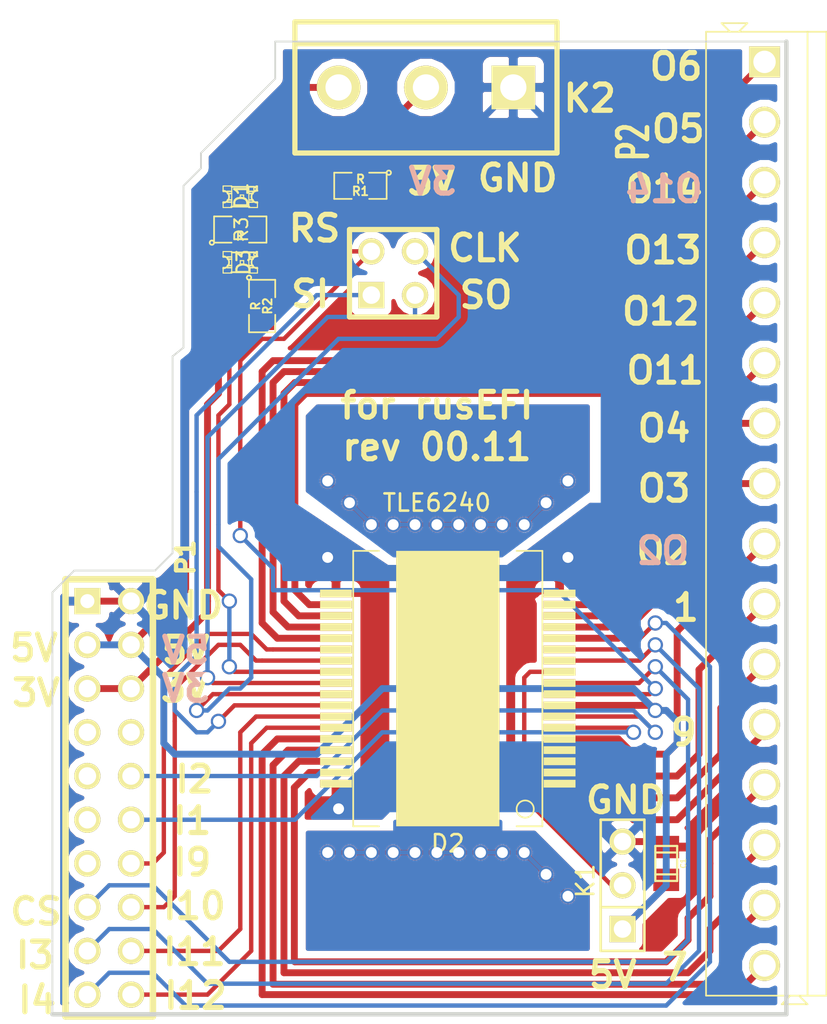
<source format=kicad_pcb>
(kicad_pcb (version 3) (host pcbnew "(2013-07-07 BZR 4022)-stable")

  (general
    (links 53)
    (no_connects 0)
    (area 120.639999 88.0856 223.928 190.510001)
    (thickness 1.6)
    (drawings 67)
    (tracks 403)
    (zones 0)
    (modules 12)
    (nets 37)
  )

  (page B)
  (layers
    (15 F.Cu signal)
    (0 B.Cu signal)
    (16 B.Adhes user)
    (17 F.Adhes user)
    (18 B.Paste user)
    (19 F.Paste user)
    (20 B.SilkS user)
    (21 F.SilkS user)
    (22 B.Mask user)
    (23 F.Mask user)
    (24 Dwgs.User user)
    (25 Cmts.User user)
    (26 Eco1.User user)
    (27 Eco2.User user hide)
    (28 Edge.Cuts user)
  )

  (setup
    (last_trace_width 0.254)
    (user_trace_width 0.254)
    (user_trace_width 0.254)
    (user_trace_width 0.39116)
    (user_trace_width 0.39116)
    (user_trace_width 0.508)
    (user_trace_width 0.508)
    (user_trace_width 0.762)
    (user_trace_width 0.762)
    (user_trace_width 1.38176)
    (user_trace_width 1.38176)
    (user_trace_width 3.6068)
    (user_trace_width 9.3472)
    (trace_clearance 0.012)
    (zone_clearance 0.4)
    (zone_45_only no)
    (trace_min 0.254)
    (segment_width 0.1)
    (edge_width 0.1)
    (via_size 0.889)
    (via_drill 0.635)
    (via_min_size 0.889)
    (via_min_drill 0.508)
    (user_via 1.016 0.508)
    (user_via 1.016 0.508)
    (user_via 1.651 1.143)
    (user_via 1.651 1.143)
    (user_via 3.6322 0.31242)
    (user_via 3.6322 0.31242)
    (uvia_size 0.508)
    (uvia_drill 0.127)
    (uvias_allowed no)
    (uvia_min_size 0.508)
    (uvia_min_drill 0.127)
    (pcb_text_width 0.3)
    (pcb_text_size 1.5 1.5)
    (mod_edge_width 0.15)
    (mod_text_size 1 1)
    (mod_text_width 0.15)
    (pad_size 1.524 1.524)
    (pad_drill 1.016)
    (pad_to_mask_clearance 0)
    (aux_axis_origin 0 0)
    (visible_elements 7FFFFF3F)
    (pcbplotparams
      (layerselection 284983297)
      (usegerberextensions true)
      (excludeedgelayer true)
      (linewidth 0.150000)
      (plotframeref false)
      (viasonmask false)
      (mode 1)
      (useauxorigin false)
      (hpglpennumber 1)
      (hpglpenspeed 20)
      (hpglpendiameter 15)
      (hpglpenoverlay 2)
      (psnegative false)
      (psa4output false)
      (plotreference true)
      (plotvalue true)
      (plotothertext true)
      (plotinvisibletext false)
      (padsonsilk false)
      (subtractmaskfromsilk false)
      (outputformat 1)
      (mirror false)
      (drillshape 0)
      (scaleselection 1)
      (outputdirectory gerber_tle6240))
  )

  (net 0 "")
  (net 1 +5V)
  (net 2 /+3.3V)
  (net 3 /CS)
  (net 4 /Fault)
  (net 5 /IN1)
  (net 6 /IN10)
  (net 7 /IN11)
  (net 8 /IN12)
  (net 9 /IN2)
  (net 10 /IN3)
  (net 11 /IN4)
  (net 12 /IN9)
  (net 13 /OUT1)
  (net 14 /OUT10)
  (net 15 /OUT11)
  (net 16 /OUT12)
  (net 17 /OUT13)
  (net 18 /OUT14)
  (net 19 /OUT15)
  (net 20 /OUT16)
  (net 21 /OUT2)
  (net 22 /OUT3)
  (net 23 /OUT4)
  (net 24 /OUT5)
  (net 25 /OUT6)
  (net 26 /OUT7)
  (net 27 /OUT8)
  (net 28 /OUT9)
  (net 29 /PRG)
  (net 30 /Reset)
  (net 31 /SCLK)
  (net 32 /SI)
  (net 33 /SO)
  (net 34 GND)
  (net 35 N-0000014)
  (net 36 N-0000023)

  (net_class Default "This is the default net class."
    (clearance 0.012)
    (trace_width 0.254)
    (via_dia 0.889)
    (via_drill 0.635)
    (uvia_dia 0.508)
    (uvia_drill 0.127)
    (add_net "")
    (add_net N-0000014)
    (add_net N-0000023)
  )

  (net_class Power ""
    (clearance 0.154)
    (trace_width 0.4)
    (via_dia 0.889)
    (via_drill 0.635)
    (uvia_dia 0.508)
    (uvia_drill 0.127)
    (add_net +5V)
    (add_net /+3.3V)
    (add_net /OUT1)
    (add_net /OUT10)
    (add_net /OUT11)
    (add_net /OUT12)
    (add_net /OUT13)
    (add_net /OUT14)
    (add_net /OUT15)
    (add_net /OUT16)
    (add_net /OUT2)
    (add_net /OUT3)
    (add_net /OUT4)
    (add_net /OUT5)
    (add_net /OUT6)
    (add_net /OUT7)
    (add_net /OUT8)
    (add_net /OUT9)
    (add_net GND)
  )

  (net_class Signal ""
    (clearance 0.154)
    (trace_width 0.254)
    (via_dia 0.889)
    (via_drill 0.635)
    (uvia_dia 0.508)
    (uvia_drill 0.127)
    (add_net /CS)
    (add_net /Fault)
    (add_net /IN1)
    (add_net /IN10)
    (add_net /IN11)
    (add_net /IN12)
    (add_net /IN2)
    (add_net /IN3)
    (add_net /IN4)
    (add_net /IN9)
    (add_net /PRG)
    (add_net /Reset)
    (add_net /SCLK)
    (add_net /SI)
    (add_net /SO)
  )

  (module SM0805 (layer F.Cu) (tedit 5091495C) (tstamp 52FB0DAD)
    (at 193.675 102.87 180)
    (path /52F8DA08)
    (attr smd)
    (fp_text reference R1 (at 0 -0.3175 180) (layer F.SilkS)
      (effects (font (size 0.50038 0.50038) (thickness 0.10922)))
    )
    (fp_text value R (at 0 0.381 180) (layer F.SilkS)
      (effects (font (size 0.50038 0.50038) (thickness 0.10922)))
    )
    (fp_circle (center -1.651 0.762) (end -1.651 0.635) (layer F.SilkS) (width 0.09906))
    (fp_line (start -0.508 0.762) (end -1.524 0.762) (layer F.SilkS) (width 0.09906))
    (fp_line (start -1.524 0.762) (end -1.524 -0.762) (layer F.SilkS) (width 0.09906))
    (fp_line (start -1.524 -0.762) (end -0.508 -0.762) (layer F.SilkS) (width 0.09906))
    (fp_line (start 0.508 -0.762) (end 1.524 -0.762) (layer F.SilkS) (width 0.09906))
    (fp_line (start 1.524 -0.762) (end 1.524 0.762) (layer F.SilkS) (width 0.09906))
    (fp_line (start 1.524 0.762) (end 0.508 0.762) (layer F.SilkS) (width 0.09906))
    (pad 1 smd rect (at -0.9525 0 180) (size 0.889 1.397)
      (layers F.Cu F.Paste F.Mask)
      (net 34 GND)
    )
    (pad 2 smd rect (at 0.9525 0 180) (size 0.889 1.397)
      (layers F.Cu F.Paste F.Mask)
      (net 36 N-0000023)
    )
    (model smd/chip_cms.wrl
      (at (xyz 0 0 0))
      (scale (xyz 0.1 0.1 0.1))
      (rotate (xyz 0 0 0))
    )
  )

  (module SM0805 (layer F.Cu) (tedit 5091495C) (tstamp 52FB0DBA)
    (at 187.96 109.855 270)
    (path /52F9D13C)
    (attr smd)
    (fp_text reference R2 (at 0 -0.3175 270) (layer F.SilkS)
      (effects (font (size 0.50038 0.50038) (thickness 0.10922)))
    )
    (fp_text value R (at 0 0.381 270) (layer F.SilkS)
      (effects (font (size 0.50038 0.50038) (thickness 0.10922)))
    )
    (fp_circle (center -1.651 0.762) (end -1.651 0.635) (layer F.SilkS) (width 0.09906))
    (fp_line (start -0.508 0.762) (end -1.524 0.762) (layer F.SilkS) (width 0.09906))
    (fp_line (start -1.524 0.762) (end -1.524 -0.762) (layer F.SilkS) (width 0.09906))
    (fp_line (start -1.524 -0.762) (end -0.508 -0.762) (layer F.SilkS) (width 0.09906))
    (fp_line (start 0.508 -0.762) (end 1.524 -0.762) (layer F.SilkS) (width 0.09906))
    (fp_line (start 1.524 -0.762) (end 1.524 0.762) (layer F.SilkS) (width 0.09906))
    (fp_line (start 1.524 0.762) (end 0.508 0.762) (layer F.SilkS) (width 0.09906))
    (pad 1 smd rect (at -0.9525 0 270) (size 0.889 1.397)
      (layers F.Cu F.Paste F.Mask)
      (net 35 N-0000014)
    )
    (pad 2 smd rect (at 0.9525 0 270) (size 0.889 1.397)
      (layers F.Cu F.Paste F.Mask)
      (net 4 /Fault)
    )
    (model smd/chip_cms.wrl
      (at (xyz 0 0 0))
      (scale (xyz 0.1 0.1 0.1))
      (rotate (xyz 0 0 0))
    )
  )

  (module PIN_ARRAY_3X1 (layer F.Cu) (tedit 52FB37A7) (tstamp 52FB0DC6)
    (at 208.915 143.51 90)
    (descr "Connecteur 3 pins")
    (tags "CONN DEV")
    (path /52FC8371)
    (fp_text reference K1 (at 0.254 -2.159 90) (layer F.SilkS)
      (effects (font (size 1.016 1.016) (thickness 0.1524)))
    )
    (fp_text value JUMPER3 (at 0 -2.159 90) (layer F.SilkS) hide
      (effects (font (size 1.016 1.016) (thickness 0.1524)))
    )
    (fp_line (start -3.81 1.27) (end -3.81 -1.27) (layer F.SilkS) (width 0.1524))
    (fp_line (start -3.81 -1.27) (end 3.81 -1.27) (layer F.SilkS) (width 0.1524))
    (fp_line (start 3.81 -1.27) (end 3.81 1.27) (layer F.SilkS) (width 0.1524))
    (fp_line (start 3.81 1.27) (end -3.81 1.27) (layer F.SilkS) (width 0.1524))
    (fp_line (start -1.27 -1.27) (end -1.27 1.27) (layer F.SilkS) (width 0.1524))
    (pad 1 thru_hole rect (at -2.54 0 90) (size 1.524 1.524) (drill 1.016)
      (layers *.Cu *.Mask F.SilkS)
      (net 1 +5V)
    )
    (pad 2 thru_hole circle (at 0 0 90) (size 1.524 1.524) (drill 1.016)
      (layers *.Cu *.Mask F.SilkS)
      (net 29 /PRG)
    )
    (pad 3 thru_hole circle (at 2.54 0 90) (size 1.524 1.524) (drill 1.016)
      (layers *.Cu *.Mask F.SilkS)
      (net 34 GND)
    )
    (model pin_array/pins_array_3x1.wrl
      (at (xyz 0 0 0))
      (scale (xyz 1 1 1))
      (rotate (xyz 0 0 0))
    )
  )

  (module PIN_ARRAY_10X2 (layer F.Cu) (tedit 541D514E) (tstamp 52FB0DE2)
    (at 179.07 138.43 270)
    (descr "Double rangee de contacts 2 x 10 pins")
    (tags CONN)
    (path /52F8BA09)
    (fp_text reference P1 (at -13.97 -4.445 270) (layer F.SilkS)
      (effects (font (size 1.016 1.016) (thickness 0.254)))
    )
    (fp_text value CONN_10X2 (at -0.1905 7.747 270) (layer F.SilkS) hide
      (effects (font (size 1.016 1.016) (thickness 0.2032)))
    )
    (fp_line (start 12.7 2.54) (end -12.7 2.54) (layer F.SilkS) (width 0.381))
    (fp_line (start -12.7 -2.54) (end 12.7 -2.54) (layer F.SilkS) (width 0.381))
    (fp_line (start -12.7 -2.54) (end -12.7 2.54) (layer F.SilkS) (width 0.381))
    (fp_line (start 12.7 2.54) (end 12.7 -2.54) (layer F.SilkS) (width 0.381))
    (pad 1 thru_hole rect (at -11.43 1.27 270) (size 1.524 1.524) (drill 0.8128)
      (layers *.Cu *.Mask F.SilkS)
      (net 34 GND)
    )
    (pad 2 thru_hole circle (at -11.43 -1.27 270) (size 1.524 1.524) (drill 1.016)
      (layers *.Cu *.Mask F.SilkS)
      (net 34 GND)
    )
    (pad 3 thru_hole circle (at -8.89 1.27 270) (size 1.524 1.524) (drill 1.016)
      (layers *.Cu *.Mask F.SilkS)
      (net 1 +5V)
    )
    (pad 4 thru_hole circle (at -8.89 -1.27 270) (size 1.524 1.524) (drill 1.016)
      (layers *.Cu *.Mask F.SilkS)
      (net 1 +5V)
    )
    (pad 5 thru_hole circle (at -6.35 1.27 270) (size 1.524 1.524) (drill 1.016)
      (layers *.Cu *.Mask F.SilkS)
      (net 2 /+3.3V)
    )
    (pad 6 thru_hole circle (at -6.35 -1.27 270) (size 1.524 1.524) (drill 1.016)
      (layers *.Cu *.Mask F.SilkS)
      (net 2 /+3.3V)
    )
    (pad 7 thru_hole circle (at -3.81 1.27 270) (size 1.524 1.524) (drill 1.016)
      (layers *.Cu *.Mask F.SilkS)
    )
    (pad 8 thru_hole circle (at -3.81 -1.27 270) (size 1.524 1.524) (drill 1.016)
      (layers *.Cu *.Mask F.SilkS)
    )
    (pad 9 thru_hole circle (at -1.27 1.27 270) (size 1.524 1.524) (drill 1.016)
      (layers *.Cu *.Mask F.SilkS)
    )
    (pad 10 thru_hole circle (at -1.27 -1.27 270) (size 1.524 1.524) (drill 1.016)
      (layers *.Cu *.Mask F.SilkS)
      (net 9 /IN2)
    )
    (pad 11 thru_hole circle (at 1.27 1.27 270) (size 1.524 1.524) (drill 1.016)
      (layers *.Cu *.Mask F.SilkS)
    )
    (pad 12 thru_hole circle (at 1.27 -1.27 270) (size 1.524 1.524) (drill 1.016)
      (layers *.Cu *.Mask F.SilkS)
      (net 5 /IN1)
    )
    (pad 13 thru_hole circle (at 3.81 1.27 270) (size 1.524 1.524) (drill 1.016)
      (layers *.Cu *.Mask F.SilkS)
    )
    (pad 14 thru_hole circle (at 3.81 -1.27 270) (size 1.524 1.524) (drill 1.016)
      (layers *.Cu *.Mask F.SilkS)
      (net 12 /IN9)
    )
    (pad 15 thru_hole circle (at 6.35 1.27 270) (size 1.524 1.524) (drill 1.016)
      (layers *.Cu *.Mask F.SilkS)
      (net 3 /CS)
    )
    (pad 16 thru_hole circle (at 6.35 -1.27 270) (size 1.524 1.524) (drill 1.016)
      (layers *.Cu *.Mask F.SilkS)
      (net 6 /IN10)
    )
    (pad 17 thru_hole circle (at 8.89 1.27 270) (size 1.524 1.524) (drill 1.016)
      (layers *.Cu *.Mask F.SilkS)
      (net 10 /IN3)
    )
    (pad 18 thru_hole circle (at 8.89 -1.27 270) (size 1.524 1.524) (drill 1.016)
      (layers *.Cu *.Mask F.SilkS)
      (net 7 /IN11)
    )
    (pad 19 thru_hole circle (at 11.43 1.27 270) (size 1.524 1.524) (drill 1.016)
      (layers *.Cu *.Mask F.SilkS)
      (net 11 /IN4)
    )
    (pad 20 thru_hole circle (at 11.43 -1.27 270) (size 1.524 1.524) (drill 1.016)
      (layers *.Cu *.Mask F.SilkS)
      (net 8 /IN12)
    )
    (model 3d/M_header_10x2.wrl
      (at (xyz 0 0 0))
      (scale (xyz 1 1 1))
      (rotate (xyz -90 0 0))
    )
  )

  (module PG-DSO-36 (layer F.Cu) (tedit 541D5102) (tstamp 52FB0E12)
    (at 198.755 132.08 180)
    (path /52F8B8AA)
    (fp_text reference D2 (at 0 -9 180) (layer F.SilkS)
      (effects (font (size 1 1) (thickness 0.15)))
    )
    (fp_text value TLE6240 (at 0.635 10.795 180) (layer F.SilkS)
      (effects (font (size 1 1) (thickness 0.15)))
    )
    (fp_circle (center -4.5 -7) (end -4.5 -7.5) (layer F.SilkS) (width 0.1))
    (fp_line (start 4 -8) (end 5.5 -8) (layer F.SilkS) (width 0.1))
    (fp_line (start 5.5 -8) (end 5.5 8) (layer F.SilkS) (width 0.1))
    (fp_line (start 5.5 8) (end 4 8) (layer F.SilkS) (width 0.1))
    (fp_line (start -5.5 -8) (end -5.5 8) (layer F.SilkS) (width 0.1))
    (fp_line (start -5.5 8) (end -4 8) (layer F.SilkS) (width 0.1))
    (fp_line (start -5.5 -8) (end -4 -8) (layer F.SilkS) (width 0.1))
    (pad 99 smd rect (at 0 0 180) (size 6 16)
      (layers F.Cu F.Paste F.SilkS F.Mask)
    )
    (pad 1 smd rect (at -6.5 -5.525 180) (size 1.85 0.45)
      (layers F.Cu F.Paste F.SilkS F.Mask)
      (net 34 GND)
    )
    (pad 2 smd rect (at -6.5 -4.875 180) (size 1.85 0.45)
      (layers F.Cu F.Paste F.SilkS F.Mask)
      (net 28 /OUT9)
    )
    (pad 3 smd rect (at -6.5 -4.225 180) (size 1.85 0.45)
      (layers F.Cu F.Paste F.SilkS F.Mask)
      (net 14 /OUT10)
    )
    (pad 4 smd rect (at -6.5 -3.575 180) (size 1.85 0.45)
      (layers F.Cu F.Paste F.SilkS F.Mask)
      (net 13 /OUT1)
    )
    (pad 5 smd rect (at -6.5 -2.925 180) (size 1.85 0.45)
      (layers F.Cu F.Paste F.SilkS F.Mask)
      (net 21 /OUT2)
    )
    (pad 6 smd rect (at -6.5 -2.275 180) (size 1.85 0.45)
      (layers F.Cu F.Paste F.SilkS F.Mask)
      (net 5 /IN1)
    )
    (pad 7 smd rect (at -6.5 -1.625 180) (size 1.85 0.45)
      (layers F.Cu F.Paste F.SilkS F.Mask)
      (net 9 /IN2)
    )
    (pad 8 smd rect (at -6.5 -0.975 180) (size 1.85 0.45)
      (layers F.Cu F.Paste F.SilkS F.Mask)
      (net 1 +5V)
    )
    (pad 9 smd rect (at -6.5 -0.325 180) (size 1.85 0.45)
      (layers F.Cu F.Paste F.SilkS F.Mask)
      (net 30 /Reset)
    )
    (pad 10 smd rect (at -6.5 0.325 180) (size 1.85 0.45)
      (layers F.Cu F.Paste F.SilkS F.Mask)
      (net 3 /CS)
    )
    (pad 11 smd rect (at -6.5 0.975 180) (size 1.85 0.45)
      (layers F.Cu F.Paste F.SilkS F.Mask)
      (net 29 /PRG)
    )
    (pad 12 smd rect (at -6.5 1.625 180) (size 1.85 0.45)
      (layers F.Cu F.Paste F.SilkS F.Mask)
      (net 10 /IN3)
    )
    (pad 13 smd rect (at -6.5 2.275 180) (size 1.85 0.45)
      (layers F.Cu F.Paste F.SilkS F.Mask)
      (net 11 /IN4)
    )
    (pad 14 smd rect (at -6.5 2.925 180) (size 1.85 0.45)
      (layers F.Cu F.Paste F.SilkS F.Mask)
      (net 22 /OUT3)
    )
    (pad 15 smd rect (at -6.5 3.575 180) (size 1.85 0.45)
      (layers F.Cu F.Paste F.SilkS F.Mask)
      (net 23 /OUT4)
    )
    (pad 16 smd rect (at -6.5 4.225 180) (size 1.85 0.45)
      (layers F.Cu F.Paste F.SilkS F.Mask)
      (net 15 /OUT11)
    )
    (pad 17 smd rect (at -6.5 4.875 180) (size 1.85 0.45)
      (layers F.Cu F.Paste F.SilkS F.Mask)
      (net 16 /OUT12)
    )
    (pad 18 smd rect (at -6.5 5.525 180) (size 1.85 0.45)
      (layers F.Cu F.Paste F.SilkS F.Mask)
      (net 34 GND)
    )
    (pad 19 smd rect (at 6.5 5.525 180) (size 1.85 0.45)
      (layers F.Cu F.Paste F.SilkS F.Mask)
      (net 34 GND)
    )
    (pad 20 smd rect (at 6.5 4.875 180) (size 1.85 0.45)
      (layers F.Cu F.Paste F.SilkS F.Mask)
      (net 17 /OUT13)
    )
    (pad 21 smd rect (at 6.5 4.225 180) (size 1.85 0.45)
      (layers F.Cu F.Paste F.SilkS F.Mask)
      (net 18 /OUT14)
    )
    (pad 22 smd rect (at 6.5 3.575 180) (size 1.85 0.45)
      (layers F.Cu F.Paste F.SilkS F.Mask)
      (net 24 /OUT5)
    )
    (pad 23 smd rect (at 6.5 2.925 180) (size 1.85 0.45)
      (layers F.Cu F.Paste F.SilkS F.Mask)
      (net 25 /OUT6)
    )
    (pad 24 smd rect (at 6.5 2.275 180) (size 1.85 0.45)
      (layers F.Cu F.Paste F.SilkS F.Mask)
      (net 12 /IN9)
    )
    (pad 25 smd rect (at 6.5 1.625 180) (size 1.85 0.45)
      (layers F.Cu F.Paste F.SilkS F.Mask)
      (net 6 /IN10)
    )
    (pad 26 smd rect (at 6.5 0.975 180) (size 1.85 0.45)
      (layers F.Cu F.Paste F.SilkS F.Mask)
      (net 4 /Fault)
    )
    (pad 27 smd rect (at 6.5 0.325 180) (size 1.85 0.45)
      (layers F.Cu F.Paste F.SilkS F.Mask)
      (net 33 /SO)
    )
    (pad 28 smd rect (at 6.5 -0.325 180) (size 1.85 0.45)
      (layers F.Cu F.Paste F.SilkS F.Mask)
      (net 31 /SCLK)
    )
    (pad 29 smd rect (at 6.5 -0.975 180) (size 1.85 0.45)
      (layers F.Cu F.Paste F.SilkS F.Mask)
      (net 32 /SI)
    )
    (pad 30 smd rect (at 6.5 -1.625 180) (size 1.85 0.45)
      (layers F.Cu F.Paste F.SilkS F.Mask)
      (net 7 /IN11)
    )
    (pad 31 smd rect (at 6.5 -2.275 180) (size 1.85 0.45)
      (layers F.Cu F.Paste F.SilkS F.Mask)
      (net 8 /IN12)
    )
    (pad 32 smd rect (at 6.5 -2.925 180) (size 1.85 0.45)
      (layers F.Cu F.Paste F.SilkS F.Mask)
      (net 26 /OUT7)
    )
    (pad 33 smd rect (at 6.5 -3.575 180) (size 1.85 0.45)
      (layers F.Cu F.Paste F.SilkS F.Mask)
      (net 27 /OUT8)
    )
    (pad 34 smd rect (at 6.5 -4.225 180) (size 1.85 0.45)
      (layers F.Cu F.Paste F.SilkS F.Mask)
      (net 19 /OUT15)
    )
    (pad 35 smd rect (at 6.5 -4.875 180) (size 1.85 0.45)
      (layers F.Cu F.Paste F.SilkS F.Mask)
      (net 20 /OUT16)
    )
    (pad 36 smd rect (at 6.5 -5.525 180) (size 1.85 0.45)
      (layers F.Cu F.Paste F.SilkS F.Mask)
      (net 34 GND)
    )
  )

  (module LED-0805 (layer F.Cu) (tedit 5383B3BB) (tstamp 52FB0E4D)
    (at 186.69 103.505)
    (descr "LED 0805 smd package")
    (tags "LED 0805 SMD")
    (path /52F8D9F4)
    (attr smd)
    (fp_text reference D1 (at 0.0635 -0.0635 90) (layer F.SilkS)
      (effects (font (size 0.762 0.762) (thickness 0.127)))
    )
    (fp_text value LED (at 0 1.27) (layer F.SilkS) hide
      (effects (font (size 0.762 0.762) (thickness 0.127)))
    )
    (fp_line (start 0.49784 0.29972) (end 0.49784 0.62484) (layer F.SilkS) (width 0.06604))
    (fp_line (start 0.49784 0.62484) (end 0.99822 0.62484) (layer F.SilkS) (width 0.06604))
    (fp_line (start 0.99822 0.29972) (end 0.99822 0.62484) (layer F.SilkS) (width 0.06604))
    (fp_line (start 0.49784 0.29972) (end 0.99822 0.29972) (layer F.SilkS) (width 0.06604))
    (fp_line (start 0.49784 -0.32258) (end 0.49784 -0.17272) (layer F.SilkS) (width 0.06604))
    (fp_line (start 0.49784 -0.17272) (end 0.7493 -0.17272) (layer F.SilkS) (width 0.06604))
    (fp_line (start 0.7493 -0.32258) (end 0.7493 -0.17272) (layer F.SilkS) (width 0.06604))
    (fp_line (start 0.49784 -0.32258) (end 0.7493 -0.32258) (layer F.SilkS) (width 0.06604))
    (fp_line (start 0.49784 0.17272) (end 0.49784 0.32258) (layer F.SilkS) (width 0.06604))
    (fp_line (start 0.49784 0.32258) (end 0.7493 0.32258) (layer F.SilkS) (width 0.06604))
    (fp_line (start 0.7493 0.17272) (end 0.7493 0.32258) (layer F.SilkS) (width 0.06604))
    (fp_line (start 0.49784 0.17272) (end 0.7493 0.17272) (layer F.SilkS) (width 0.06604))
    (fp_line (start 0.49784 -0.19812) (end 0.49784 0.19812) (layer F.SilkS) (width 0.06604))
    (fp_line (start 0.49784 0.19812) (end 0.6731 0.19812) (layer F.SilkS) (width 0.06604))
    (fp_line (start 0.6731 -0.19812) (end 0.6731 0.19812) (layer F.SilkS) (width 0.06604))
    (fp_line (start 0.49784 -0.19812) (end 0.6731 -0.19812) (layer F.SilkS) (width 0.06604))
    (fp_line (start -0.99822 0.29972) (end -0.99822 0.62484) (layer F.SilkS) (width 0.06604))
    (fp_line (start -0.99822 0.62484) (end -0.49784 0.62484) (layer F.SilkS) (width 0.06604))
    (fp_line (start -0.49784 0.29972) (end -0.49784 0.62484) (layer F.SilkS) (width 0.06604))
    (fp_line (start -0.99822 0.29972) (end -0.49784 0.29972) (layer F.SilkS) (width 0.06604))
    (fp_line (start -0.99822 -0.62484) (end -0.99822 -0.29972) (layer F.SilkS) (width 0.06604))
    (fp_line (start -0.99822 -0.29972) (end -0.49784 -0.29972) (layer F.SilkS) (width 0.06604))
    (fp_line (start -0.49784 -0.62484) (end -0.49784 -0.29972) (layer F.SilkS) (width 0.06604))
    (fp_line (start -0.99822 -0.62484) (end -0.49784 -0.62484) (layer F.SilkS) (width 0.06604))
    (fp_line (start -0.7493 0.17272) (end -0.7493 0.32258) (layer F.SilkS) (width 0.06604))
    (fp_line (start -0.7493 0.32258) (end -0.49784 0.32258) (layer F.SilkS) (width 0.06604))
    (fp_line (start -0.49784 0.17272) (end -0.49784 0.32258) (layer F.SilkS) (width 0.06604))
    (fp_line (start -0.7493 0.17272) (end -0.49784 0.17272) (layer F.SilkS) (width 0.06604))
    (fp_line (start -0.7493 -0.32258) (end -0.7493 -0.17272) (layer F.SilkS) (width 0.06604))
    (fp_line (start -0.7493 -0.17272) (end -0.49784 -0.17272) (layer F.SilkS) (width 0.06604))
    (fp_line (start -0.49784 -0.32258) (end -0.49784 -0.17272) (layer F.SilkS) (width 0.06604))
    (fp_line (start -0.7493 -0.32258) (end -0.49784 -0.32258) (layer F.SilkS) (width 0.06604))
    (fp_line (start -0.6731 -0.19812) (end -0.6731 0.19812) (layer F.SilkS) (width 0.06604))
    (fp_line (start -0.6731 0.19812) (end -0.49784 0.19812) (layer F.SilkS) (width 0.06604))
    (fp_line (start -0.49784 -0.19812) (end -0.49784 0.19812) (layer F.SilkS) (width 0.06604))
    (fp_line (start -0.6731 -0.19812) (end -0.49784 -0.19812) (layer F.SilkS) (width 0.06604))
    (fp_line (start 0 -0.09906) (end 0 0.09906) (layer F.SilkS) (width 0.06604))
    (fp_line (start 0 0.09906) (end 0.19812 0.09906) (layer F.SilkS) (width 0.06604))
    (fp_line (start 0.19812 -0.09906) (end 0.19812 0.09906) (layer F.SilkS) (width 0.06604))
    (fp_line (start 0 -0.09906) (end 0.19812 -0.09906) (layer F.SilkS) (width 0.06604))
    (fp_line (start 0.49784 -0.59944) (end 0.49784 -0.29972) (layer F.SilkS) (width 0.06604))
    (fp_line (start 0.49784 -0.29972) (end 0.79756 -0.29972) (layer F.SilkS) (width 0.06604))
    (fp_line (start 0.79756 -0.59944) (end 0.79756 -0.29972) (layer F.SilkS) (width 0.06604))
    (fp_line (start 0.49784 -0.59944) (end 0.79756 -0.59944) (layer F.SilkS) (width 0.06604))
    (fp_line (start 0.92456 -0.62484) (end 0.92456 -0.39878) (layer F.SilkS) (width 0.06604))
    (fp_line (start 0.92456 -0.39878) (end 0.99822 -0.39878) (layer F.SilkS) (width 0.06604))
    (fp_line (start 0.99822 -0.62484) (end 0.99822 -0.39878) (layer F.SilkS) (width 0.06604))
    (fp_line (start 0.92456 -0.62484) (end 0.99822 -0.62484) (layer F.SilkS) (width 0.06604))
    (fp_line (start 0.52324 0.57404) (end -0.52324 0.57404) (layer F.SilkS) (width 0.1016))
    (fp_line (start -0.49784 -0.57404) (end 0.92456 -0.57404) (layer F.SilkS) (width 0.1016))
    (fp_circle (center 0.84836 -0.44958) (end 0.89916 -0.50038) (layer F.SilkS) (width 0.0508))
    (fp_arc (start 0.99822 0) (end 0.99822 0.34798) (angle 180) (layer F.SilkS) (width 0.1016))
    (fp_arc (start -0.99822 0) (end -0.99822 -0.34798) (angle 180) (layer F.SilkS) (width 0.1016))
    (pad 1 smd rect (at -1.04902 0) (size 1.19888 1.19888)
      (layers F.Cu F.Paste F.Mask)
      (net 1 +5V)
    )
    (pad 2 smd rect (at 1.04902 0) (size 1.19888 1.19888)
      (layers F.Cu F.Paste F.Mask)
      (net 36 N-0000023)
    )
  )

  (module LED-0805 (layer F.Cu) (tedit 5383B3B1) (tstamp 52FB0E88)
    (at 186.69 107.315)
    (descr "LED 0805 smd package")
    (tags "LED 0805 SMD")
    (path /52F9D123)
    (attr smd)
    (fp_text reference D3 (at 0.1905 0 90) (layer F.SilkS)
      (effects (font (size 0.762 0.762) (thickness 0.127)))
    )
    (fp_text value LED (at 0 1.27) (layer F.SilkS) hide
      (effects (font (size 0.762 0.762) (thickness 0.127)))
    )
    (fp_line (start 0.49784 0.29972) (end 0.49784 0.62484) (layer F.SilkS) (width 0.06604))
    (fp_line (start 0.49784 0.62484) (end 0.99822 0.62484) (layer F.SilkS) (width 0.06604))
    (fp_line (start 0.99822 0.29972) (end 0.99822 0.62484) (layer F.SilkS) (width 0.06604))
    (fp_line (start 0.49784 0.29972) (end 0.99822 0.29972) (layer F.SilkS) (width 0.06604))
    (fp_line (start 0.49784 -0.32258) (end 0.49784 -0.17272) (layer F.SilkS) (width 0.06604))
    (fp_line (start 0.49784 -0.17272) (end 0.7493 -0.17272) (layer F.SilkS) (width 0.06604))
    (fp_line (start 0.7493 -0.32258) (end 0.7493 -0.17272) (layer F.SilkS) (width 0.06604))
    (fp_line (start 0.49784 -0.32258) (end 0.7493 -0.32258) (layer F.SilkS) (width 0.06604))
    (fp_line (start 0.49784 0.17272) (end 0.49784 0.32258) (layer F.SilkS) (width 0.06604))
    (fp_line (start 0.49784 0.32258) (end 0.7493 0.32258) (layer F.SilkS) (width 0.06604))
    (fp_line (start 0.7493 0.17272) (end 0.7493 0.32258) (layer F.SilkS) (width 0.06604))
    (fp_line (start 0.49784 0.17272) (end 0.7493 0.17272) (layer F.SilkS) (width 0.06604))
    (fp_line (start 0.49784 -0.19812) (end 0.49784 0.19812) (layer F.SilkS) (width 0.06604))
    (fp_line (start 0.49784 0.19812) (end 0.6731 0.19812) (layer F.SilkS) (width 0.06604))
    (fp_line (start 0.6731 -0.19812) (end 0.6731 0.19812) (layer F.SilkS) (width 0.06604))
    (fp_line (start 0.49784 -0.19812) (end 0.6731 -0.19812) (layer F.SilkS) (width 0.06604))
    (fp_line (start -0.99822 0.29972) (end -0.99822 0.62484) (layer F.SilkS) (width 0.06604))
    (fp_line (start -0.99822 0.62484) (end -0.49784 0.62484) (layer F.SilkS) (width 0.06604))
    (fp_line (start -0.49784 0.29972) (end -0.49784 0.62484) (layer F.SilkS) (width 0.06604))
    (fp_line (start -0.99822 0.29972) (end -0.49784 0.29972) (layer F.SilkS) (width 0.06604))
    (fp_line (start -0.99822 -0.62484) (end -0.99822 -0.29972) (layer F.SilkS) (width 0.06604))
    (fp_line (start -0.99822 -0.29972) (end -0.49784 -0.29972) (layer F.SilkS) (width 0.06604))
    (fp_line (start -0.49784 -0.62484) (end -0.49784 -0.29972) (layer F.SilkS) (width 0.06604))
    (fp_line (start -0.99822 -0.62484) (end -0.49784 -0.62484) (layer F.SilkS) (width 0.06604))
    (fp_line (start -0.7493 0.17272) (end -0.7493 0.32258) (layer F.SilkS) (width 0.06604))
    (fp_line (start -0.7493 0.32258) (end -0.49784 0.32258) (layer F.SilkS) (width 0.06604))
    (fp_line (start -0.49784 0.17272) (end -0.49784 0.32258) (layer F.SilkS) (width 0.06604))
    (fp_line (start -0.7493 0.17272) (end -0.49784 0.17272) (layer F.SilkS) (width 0.06604))
    (fp_line (start -0.7493 -0.32258) (end -0.7493 -0.17272) (layer F.SilkS) (width 0.06604))
    (fp_line (start -0.7493 -0.17272) (end -0.49784 -0.17272) (layer F.SilkS) (width 0.06604))
    (fp_line (start -0.49784 -0.32258) (end -0.49784 -0.17272) (layer F.SilkS) (width 0.06604))
    (fp_line (start -0.7493 -0.32258) (end -0.49784 -0.32258) (layer F.SilkS) (width 0.06604))
    (fp_line (start -0.6731 -0.19812) (end -0.6731 0.19812) (layer F.SilkS) (width 0.06604))
    (fp_line (start -0.6731 0.19812) (end -0.49784 0.19812) (layer F.SilkS) (width 0.06604))
    (fp_line (start -0.49784 -0.19812) (end -0.49784 0.19812) (layer F.SilkS) (width 0.06604))
    (fp_line (start -0.6731 -0.19812) (end -0.49784 -0.19812) (layer F.SilkS) (width 0.06604))
    (fp_line (start 0 -0.09906) (end 0 0.09906) (layer F.SilkS) (width 0.06604))
    (fp_line (start 0 0.09906) (end 0.19812 0.09906) (layer F.SilkS) (width 0.06604))
    (fp_line (start 0.19812 -0.09906) (end 0.19812 0.09906) (layer F.SilkS) (width 0.06604))
    (fp_line (start 0 -0.09906) (end 0.19812 -0.09906) (layer F.SilkS) (width 0.06604))
    (fp_line (start 0.49784 -0.59944) (end 0.49784 -0.29972) (layer F.SilkS) (width 0.06604))
    (fp_line (start 0.49784 -0.29972) (end 0.79756 -0.29972) (layer F.SilkS) (width 0.06604))
    (fp_line (start 0.79756 -0.59944) (end 0.79756 -0.29972) (layer F.SilkS) (width 0.06604))
    (fp_line (start 0.49784 -0.59944) (end 0.79756 -0.59944) (layer F.SilkS) (width 0.06604))
    (fp_line (start 0.92456 -0.62484) (end 0.92456 -0.39878) (layer F.SilkS) (width 0.06604))
    (fp_line (start 0.92456 -0.39878) (end 0.99822 -0.39878) (layer F.SilkS) (width 0.06604))
    (fp_line (start 0.99822 -0.62484) (end 0.99822 -0.39878) (layer F.SilkS) (width 0.06604))
    (fp_line (start 0.92456 -0.62484) (end 0.99822 -0.62484) (layer F.SilkS) (width 0.06604))
    (fp_line (start 0.52324 0.57404) (end -0.52324 0.57404) (layer F.SilkS) (width 0.1016))
    (fp_line (start -0.49784 -0.57404) (end 0.92456 -0.57404) (layer F.SilkS) (width 0.1016))
    (fp_circle (center 0.84836 -0.44958) (end 0.89916 -0.50038) (layer F.SilkS) (width 0.0508))
    (fp_arc (start 0.99822 0) (end 0.99822 0.34798) (angle 180) (layer F.SilkS) (width 0.1016))
    (fp_arc (start -0.99822 0) (end -0.99822 -0.34798) (angle 180) (layer F.SilkS) (width 0.1016))
    (pad 1 smd rect (at -1.04902 0) (size 1.19888 1.19888)
      (layers F.Cu F.Paste F.Mask)
      (net 1 +5V)
    )
    (pad 2 smd rect (at 1.04902 0) (size 1.19888 1.19888)
      (layers F.Cu F.Paste F.Mask)
      (net 35 N-0000014)
    )
  )

  (module c_0805 (layer F.Cu) (tedit 49047394) (tstamp 52FB0E94)
    (at 211.455 142.24 270)
    (descr "SMT capacitor, 0805")
    (path /52F8B996)
    (fp_text reference C1 (at 0 -0.9906 270) (layer F.SilkS)
      (effects (font (size 0.29972 0.29972) (thickness 0.06096)))
    )
    (fp_text value C (at 0 0.9906 270) (layer F.SilkS) hide
      (effects (font (size 0.29972 0.29972) (thickness 0.06096)))
    )
    (fp_line (start 0.635 -0.635) (end 0.635 0.635) (layer F.SilkS) (width 0.127))
    (fp_line (start -0.635 -0.635) (end -0.635 0.6096) (layer F.SilkS) (width 0.127))
    (fp_line (start -1.016 -0.635) (end 1.016 -0.635) (layer F.SilkS) (width 0.127))
    (fp_line (start 1.016 -0.635) (end 1.016 0.635) (layer F.SilkS) (width 0.127))
    (fp_line (start 1.016 0.635) (end -1.016 0.635) (layer F.SilkS) (width 0.127))
    (fp_line (start -1.016 0.635) (end -1.016 -0.635) (layer F.SilkS) (width 0.127))
    (pad 1 smd rect (at 0.9525 0 270) (size 1.30048 1.4986)
      (layers F.Cu F.Paste F.Mask)
      (net 1 +5V)
    )
    (pad 2 smd rect (at -0.9525 0 270) (size 1.30048 1.4986)
      (layers F.Cu F.Paste F.Mask)
      (net 34 GND)
    )
    (model smd/capacitors/c_0805.wrl
      (at (xyz 0 0 0))
      (scale (xyz 1 1 1))
      (rotate (xyz 0 0 0))
    )
  )

  (module bornier3 (layer F.Cu) (tedit 541D50EB) (tstamp 52FB1633)
    (at 197.485 97.155 180)
    (descr "Bornier d'alimentation 3 pins")
    (tags DEV)
    (path /52FB13F1)
    (fp_text reference K2 (at -9.525 -0.635 180) (layer F.SilkS)
      (effects (font (size 1.524 1.524) (thickness 0.3048)))
    )
    (fp_text value CONN_3 (at -1.524 8.001 180) (layer F.SilkS) hide
      (effects (font (size 1.524 1.524) (thickness 0.3048)))
    )
    (fp_line (start -7.62 3.81) (end -7.62 -3.81) (layer F.SilkS) (width 0.3048))
    (fp_line (start 7.62 3.81) (end 7.62 -3.81) (layer F.SilkS) (width 0.3048))
    (fp_line (start -7.62 2.54) (end 7.62 2.54) (layer F.SilkS) (width 0.3048))
    (fp_line (start -7.62 -3.81) (end 7.62 -3.81) (layer F.SilkS) (width 0.3048))
    (fp_line (start -7.62 3.81) (end 7.62 3.81) (layer F.SilkS) (width 0.3048))
    (pad 1 thru_hole rect (at -5.08 0 180) (size 2.54 2.54) (drill 1.524)
      (layers *.Cu *.Mask F.SilkS)
      (net 34 GND)
    )
    (pad 2 thru_hole circle (at 0 0 180) (size 2.54 2.54) (drill 1.524)
      (layers *.Cu *.Mask F.SilkS)
      (net 2 /+3.3V)
    )
    (pad 3 thru_hole circle (at 5.08 0 180) (size 2.54 2.54) (drill 1.524)
      (layers *.Cu *.Mask F.SilkS)
      (net 1 +5V)
    )
    (model device/bornier_3.wrl
      (at (xyz 0 0 0))
      (scale (xyz 1 1 1))
      (rotate (xyz 0 0 0))
    )
  )

  (module SIL-16_3.5MM (layer F.Cu) (tedit 541D5133) (tstamp 52FB39C7)
    (at 217.17 121.92 270)
    (descr "14 PIN 3.5MM")
    (path /52FB1B2B)
    (fp_text reference P2 (at -21.59 7.62 270) (layer F.SilkS)
      (effects (font (size 1.72974 1.08712) (thickness 0.27178)))
    )
    (fp_text value CONN_16 (at 0 -5.715 270) (layer F.SilkS) hide
      (effects (font (size 1.524 1.016) (thickness 0.254)))
    )
    (fp_line (start -28 2) (end -28.5 2.5) (layer F.SilkS) (width 0.09906))
    (fp_line (start -28.5 2.5) (end -28.5 1.5) (layer F.SilkS) (width 0.09906))
    (fp_line (start -28.5 1.5) (end -28.5 1) (layer F.SilkS) (width 0.09906))
    (fp_line (start -28.5 1) (end -28 1.5) (layer F.SilkS) (width 0.09906))
    (fp_line (start 28 -2) (end 28.5 -2.5) (layer F.SilkS) (width 0.09906))
    (fp_line (start 28.5 -2.5) (end 28.5 -1.5) (layer F.SilkS) (width 0.09906))
    (fp_line (start 28.5 -1.5) (end 28.5 -1) (layer F.SilkS) (width 0.09906))
    (fp_line (start 28.5 -1) (end 28 -1.5) (layer F.SilkS) (width 0.09906))
    (fp_line (start -28 -2.5) (end 28 -2.5) (layer F.SilkS) (width 0.09906))
    (fp_line (start -28 -3.6) (end 28 -3.6) (layer F.SilkS) (width 0.09906))
    (fp_line (start 28 -3.6) (end 28 3.4) (layer F.SilkS) (width 0.09906))
    (fp_line (start 28 3.4) (end -28 3.4) (layer F.SilkS) (width 0.09906))
    (fp_line (start -28 3.4) (end -28 -3.6) (layer F.SilkS) (width 0.09906))
    (pad 16 thru_hole circle (at 26.25 0 270) (size 1.8 1.8) (drill 1.3)
      (layers *.Cu *.Mask F.SilkS)
      (net 26 /OUT7)
    )
    (pad 15 thru_hole circle (at 22.75 0 270) (size 1.8 1.8) (drill 1.3)
      (layers *.Cu *.Mask F.SilkS)
      (net 27 /OUT8)
    )
    (pad 1 thru_hole rect (at -26.25 0 270) (size 1.8 1.8) (drill 1.3)
      (layers *.Cu *.Mask F.SilkS)
      (net 25 /OUT6)
    )
    (pad 2 thru_hole circle (at -22.75 0 270) (size 1.8 1.8) (drill 1.3)
      (layers *.Cu *.Mask F.SilkS)
      (net 24 /OUT5)
    )
    (pad 3 thru_hole circle (at -19.25 0 270) (size 1.8 1.8) (drill 1.3)
      (layers *.Cu *.Mask F.SilkS)
      (net 18 /OUT14)
    )
    (pad 4 thru_hole circle (at -15.75 0 270) (size 1.8 1.8) (drill 1.3)
      (layers *.Cu *.Mask F.SilkS)
      (net 17 /OUT13)
    )
    (pad 5 thru_hole circle (at -12.25 0 270) (size 1.8 1.8) (drill 1.3)
      (layers *.Cu *.Mask F.SilkS)
      (net 16 /OUT12)
    )
    (pad 6 thru_hole circle (at -8.75 0 270) (size 1.8 1.8) (drill 1.3)
      (layers *.Cu *.Mask F.SilkS)
      (net 15 /OUT11)
    )
    (pad 7 thru_hole circle (at -5.25 0 270) (size 1.8 1.8) (drill 1.3)
      (layers *.Cu *.Mask F.SilkS)
      (net 23 /OUT4)
    )
    (pad 8 thru_hole circle (at -1.75 0 270) (size 1.8 1.8) (drill 1.3)
      (layers *.Cu *.Mask F.SilkS)
      (net 22 /OUT3)
    )
    (pad 9 thru_hole circle (at 1.75 0 270) (size 1.8 1.8) (drill 1.3)
      (layers *.Cu *.Mask F.SilkS)
      (net 21 /OUT2)
    )
    (pad 10 thru_hole circle (at 5.25 0 270) (size 1.8 1.8) (drill 1.3)
      (layers *.Cu *.Mask F.SilkS)
      (net 13 /OUT1)
    )
    (pad 11 thru_hole circle (at 8.75 0 270) (size 1.8 1.8) (drill 1.3)
      (layers *.Cu *.Mask F.SilkS)
      (net 14 /OUT10)
    )
    (pad 12 thru_hole circle (at 12.25 0 270) (size 1.8 1.8) (drill 1.3)
      (layers *.Cu *.Mask F.SilkS)
      (net 28 /OUT9)
    )
    (pad 13 thru_hole circle (at 15.75 0 270) (size 1.8 1.8) (drill 1.3)
      (layers *.Cu *.Mask F.SilkS)
      (net 20 /OUT16)
    )
    (pad 14 thru_hole circle (at 19.25 0 270) (size 1.8 1.8) (drill 1.3)
      (layers *.Cu *.Mask F.SilkS)
      (net 19 /OUT15)
    )
    (model device/bornier_6.wrl
      (at (xyz -0.5 0 0))
      (scale (xyz 1 1 1))
      (rotate (xyz 0 0 0))
    )
    (model device/bornier_6.wrl
      (at (xyz 0.5 0 0))
      (scale (xyz 1 1 1))
      (rotate (xyz 0 0 0))
    )
  )

  (module SM0805 (layer F.Cu) (tedit 5383B3D6) (tstamp 52FB3B6F)
    (at 186.69 105.41)
    (path /52FB23F7)
    (attr smd)
    (fp_text reference R3 (at 0.0635 0 90) (layer F.SilkS)
      (effects (font (size 0.762 0.762) (thickness 0.10922)))
    )
    (fp_text value R (at 0 0.381) (layer F.SilkS)
      (effects (font (size 0.50038 0.50038) (thickness 0.10922)))
    )
    (fp_circle (center -1.651 0.762) (end -1.651 0.635) (layer F.SilkS) (width 0.09906))
    (fp_line (start -0.508 0.762) (end -1.524 0.762) (layer F.SilkS) (width 0.09906))
    (fp_line (start -1.524 0.762) (end -1.524 -0.762) (layer F.SilkS) (width 0.09906))
    (fp_line (start -1.524 -0.762) (end -0.508 -0.762) (layer F.SilkS) (width 0.09906))
    (fp_line (start 0.508 -0.762) (end 1.524 -0.762) (layer F.SilkS) (width 0.09906))
    (fp_line (start 1.524 -0.762) (end 1.524 0.762) (layer F.SilkS) (width 0.09906))
    (fp_line (start 1.524 0.762) (end 0.508 0.762) (layer F.SilkS) (width 0.09906))
    (pad 1 smd rect (at -0.9525 0) (size 0.889 1.397)
      (layers F.Cu F.Paste F.Mask)
      (net 1 +5V)
    )
    (pad 2 smd rect (at 0.9525 0) (size 0.889 1.397)
      (layers F.Cu F.Paste F.Mask)
      (net 30 /Reset)
    )
    (model smd/chip_cms.wrl
      (at (xyz 0 0 0))
      (scale (xyz 0.1 0.1 0.1))
      (rotate (xyz 0 0 0))
    )
  )

  (module PIN_ARRAY_2X2 (layer F.Cu) (tedit 5383B3DC) (tstamp 52FB3B7B)
    (at 195.58 107.95)
    (descr "Double rangee de contacts 2 x 2 pins")
    (tags CONN)
    (path /52FB2102)
    (fp_text reference P3 (at -0.381 -3.429) (layer F.SilkS) hide
      (effects (font (size 1.016 1.016) (thickness 0.2032)))
    )
    (fp_text value CONN_2X2 (at 0 3.048) (layer F.SilkS) hide
      (effects (font (size 1.016 1.016) (thickness 0.2032)))
    )
    (fp_line (start -2.54 -2.54) (end 2.54 -2.54) (layer F.SilkS) (width 0.3048))
    (fp_line (start 2.54 -2.54) (end 2.54 2.54) (layer F.SilkS) (width 0.3048))
    (fp_line (start 2.54 2.54) (end -2.54 2.54) (layer F.SilkS) (width 0.3048))
    (fp_line (start -2.54 2.54) (end -2.54 -2.54) (layer F.SilkS) (width 0.3048))
    (pad 1 thru_hole rect (at -1.27 1.27) (size 1.524 1.524) (drill 1.016)
      (layers *.Cu *.Mask F.SilkS)
      (net 32 /SI)
    )
    (pad 2 thru_hole circle (at -1.27 -1.27) (size 1.524 1.524) (drill 1.016)
      (layers *.Cu *.Mask F.SilkS)
      (net 30 /Reset)
    )
    (pad 3 thru_hole circle (at 1.27 1.27) (size 1.524 1.524) (drill 1.016)
      (layers *.Cu *.Mask F.SilkS)
      (net 33 /SO)
    )
    (pad 4 thru_hole circle (at 1.27 -1.27) (size 1.524 1.524) (drill 1.016)
      (layers *.Cu *.Mask F.SilkS)
      (net 31 /SCLK)
    )
    (model pin_array/pins_array_2x2.wrl
      (at (xyz 0 0 0))
      (scale (xyz 1 1 1))
      (rotate (xyz 0 0 0))
    )
  )

  (gr_text "for rusEFI\nrev 00.11" (at 198.12 116.84) (layer F.SilkS)
    (effects (font (size 1.5 1.5) (thickness 0.3)))
  )
  (gr_text GND (at 183.388 127.254) (layer F.SilkS)
    (effects (font (size 1.5 1.5) (thickness 0.3)))
  )
  (gr_text 3V (at 183.515 132.08) (layer B.SilkS)
    (effects (font (size 1.5 1.5) (thickness 0.3)) (justify mirror))
  )
  (gr_text 3V (at 183.4515 132.08) (layer F.SilkS)
    (effects (font (size 1.5 1.5) (thickness 0.3)))
  )
  (gr_text 5V (at 183.515 129.8575) (layer B.SilkS)
    (effects (font (size 1.5 1.5) (thickness 0.3)) (justify mirror))
  )
  (gr_text 5V (at 183.515 129.8575) (layer F.SilkS)
    (effects (font (size 1.5 1.5) (thickness 0.3)))
  )
  (gr_text GND (at 209.1055 138.557) (layer F.SilkS)
    (effects (font (size 1.5 1.5) (thickness 0.3)))
  )
  (gr_text 5V (at 208.3435 148.717) (layer F.SilkS)
    (effects (font (size 1.5 1.5) (thickness 0.3)))
  )
  (gr_text 7 (at 211.963 148.2725) (layer F.SilkS)
    (effects (font (size 1.5 1.5) (thickness 0.3)))
  )
  (gr_text 9 (at 212.471 134.62) (layer F.SilkS)
    (effects (font (size 1.5 1.5) (thickness 0.3)))
  )
  (gr_text 1 (at 212.598 127.381) (layer F.SilkS)
    (effects (font (size 1.5 1.5) (thickness 0.3)))
  )
  (gr_text O2 (at 211.2645 124.079) (layer B.SilkS)
    (effects (font (size 1.5 1.5) (thickness 0.3)) (justify mirror))
  )
  (gr_text I2 (at 184.023 137.3505) (layer F.SilkS)
    (effects (font (size 1.5 1.5) (thickness 0.3)))
  )
  (gr_text I1 (at 183.896 139.7635) (layer F.SilkS)
    (effects (font (size 1.5 1.5) (thickness 0.3)))
  )
  (gr_text I9 (at 183.896 142.1765) (layer F.SilkS)
    (effects (font (size 1.5 1.5) (thickness 0.3)))
  )
  (gr_text I10 (at 184.023 144.7165) (layer F.SilkS)
    (effects (font (size 1.5 1.5) (thickness 0.3)))
  )
  (gr_text I11 (at 184.023 147.3835) (layer F.SilkS)
    (effects (font (size 1.5 1.5) (thickness 0.3)))
  )
  (gr_text I12 (at 184.0865 149.9235) (layer F.SilkS)
    (effects (font (size 1.5 1.5) (thickness 0.3)))
  )
  (gr_text CS (at 174.8155 145.034) (layer F.SilkS)
    (effects (font (size 1.5 1.5) (thickness 0.3)))
  )
  (gr_text I3 (at 174.752 147.574) (layer F.SilkS)
    (effects (font (size 1.5 1.5) (thickness 0.3)))
  )
  (gr_text I4 (at 174.879 150.1775) (layer F.SilkS)
    (effects (font (size 1.5 1.5) (thickness 0.3)))
  )
  (gr_text 3V (at 174.8155 132.334) (layer F.SilkS)
    (effects (font (size 1.5 1.5) (thickness 0.3)))
  )
  (gr_text 5V (at 174.6885 129.7305) (layer F.SilkS)
    (effects (font (size 1.5 1.5) (thickness 0.3)))
  )
  (gr_text RS (at 191.008 105.3465) (layer F.SilkS)
    (effects (font (size 1.5 1.5) (thickness 0.3)))
  )
  (gr_text SI (at 190.754 109.1565) (layer F.SilkS)
    (effects (font (size 1.5 1.5) (thickness 0.3)))
  )
  (gr_text SO (at 200.9775 109.22) (layer F.SilkS)
    (effects (font (size 1.5 1.5) (thickness 0.3)))
  )
  (gr_text CLK (at 200.914 106.4895) (layer F.SilkS)
    (effects (font (size 1.5 1.5) (thickness 0.3)))
  )
  (gr_text 3V (at 197.866 102.616) (layer B.SilkS)
    (effects (font (size 1.5 1.5) (thickness 0.3)) (justify mirror))
  )
  (gr_text 3V (at 197.8025 102.616) (layer F.SilkS)
    (effects (font (size 1.5 1.5) (thickness 0.3)))
  )
  (gr_text GND (at 202.819 102.4255) (layer F.SilkS)
    (effects (font (size 1.5 1.5) (thickness 0.3)))
  )
  (gr_text O2 (at 211.2645 124.079) (layer F.SilkS)
    (effects (font (size 1.5 1.5) (thickness 0.3)))
  )
  (gr_text O3 (at 211.328 120.4595) (layer F.SilkS)
    (effects (font (size 1.5 1.5) (thickness 0.3)))
  )
  (gr_text O4 (at 211.328 116.967) (layer F.SilkS)
    (effects (font (size 1.5 1.5) (thickness 0.3)))
  )
  (gr_text O11 (at 211.3915 113.6015) (layer F.SilkS)
    (effects (font (size 1.5 1.5) (thickness 0.3)))
  )
  (gr_text O12 (at 211.1375 110.1725) (layer F.SilkS)
    (effects (font (size 1.5 1.5) (thickness 0.3)))
  )
  (gr_text O13 (at 211.2645 106.6165) (layer F.SilkS)
    (effects (font (size 1.5 1.5) (thickness 0.3)))
  )
  (gr_text O14 (at 211.328 103.0605) (layer B.SilkS)
    (effects (font (size 1.5 1.5) (thickness 0.3)) (justify mirror))
  )
  (gr_text O14 (at 211.328 103.0605) (layer F.SilkS)
    (effects (font (size 1.5 1.5) (thickness 0.3)))
  )
  (gr_text O5 (at 212.1535 99.568) (layer F.SilkS)
    (effects (font (size 1.5 1.5) (thickness 0.3)))
  )
  (gr_text O6 (at 212.0265 95.9485) (layer F.SilkS)
    (effects (font (size 1.5 1.5) (thickness 0.3)))
  )
  (gr_line (start 218.44 94.488) (end 188.722 94.488) (angle 90) (layer Edge.Cuts) (width 0.1))
  (gr_line (start 177.038 125.222) (end 181.737 125.222) (angle 90) (layer Edge.Cuts) (width 0.1))
  (gr_line (start 218.44 94.488) (end 218.44 151.003) (angle 90) (layer Edge.Cuts) (width 0.254))
  (gr_line (start 120.65 93.345) (end 186.69 93.345) (angle 90) (layer Eco2.User) (width 0.02))
  (gr_line (start 186.69 190.5) (end 186.69 93.472) (angle 90) (layer Eco2.User) (width 0.02))
  (gr_line (start 120.65 190.5) (end 186.69 190.5) (angle 90) (layer Eco2.User) (width 0.02))
  (gr_line (start 120.65 190.5) (end 120.65 93.472) (angle 90) (layer Eco2.User) (width 0.02))
  (gr_line (start 180.34 127) (end 177.8 127) (angle 90) (layer Eco2.User) (width 0.02))
  (gr_line (start 180.34 187.96) (end 180.34 127) (angle 90) (layer Eco2.User) (width 0.02))
  (gr_line (start 177.8 187.96) (end 180.34 187.96) (angle 90) (layer Eco2.User) (width 0.02))
  (gr_line (start 177.8 127) (end 177.8 187.96) (angle 90) (layer Eco2.User) (width 0.02))
  (gr_line (start 127 127) (end 129.54 127) (angle 90) (layer Eco2.User) (width 0.02))
  (gr_line (start 129.54 187.96) (end 129.54 127) (angle 90) (layer Eco2.User) (width 0.02))
  (gr_line (start 127 187.96) (end 129.54 187.96) (angle 90) (layer Eco2.User) (width 0.02))
  (gr_line (start 127 127) (end 127 187.96) (angle 90) (layer Eco2.User) (width 0.02))
  (gr_line (start 218.44 151.003) (end 175.768 151.003) (angle 90) (layer Edge.Cuts) (width 0.254))
  (gr_line (start 177.038 125.222) (end 175.768 126.492) (angle 90) (layer Edge.Cuts) (width 0.1))
  (gr_line (start 188.722 96.647) (end 188.722 94.488) (angle 90) (layer Edge.Cuts) (width 0.1))
  (gr_line (start 184.404 100.965) (end 188.722 96.647) (angle 90) (layer Edge.Cuts) (width 0.1))
  (gr_line (start 184.404 101.092) (end 184.404 100.965) (angle 90) (layer Edge.Cuts) (width 0.1))
  (gr_line (start 184.404 101.854) (end 184.404 101.092) (angle 90) (layer Edge.Cuts) (width 0.1))
  (gr_line (start 183.388 102.87) (end 184.404 101.854) (angle 90) (layer Edge.Cuts) (width 0.1))
  (gr_line (start 183.388 112.268) (end 183.388 102.87) (angle 90) (layer Edge.Cuts) (width 0.1))
  (gr_line (start 182.753 112.776) (end 183.388 112.268) (angle 90) (layer Edge.Cuts) (width 0.1))
  (gr_line (start 182.753 124.206) (end 182.753 112.776) (angle 90) (layer Edge.Cuts) (width 0.1))
  (gr_line (start 181.737 125.222) (end 182.753 124.206) (angle 90) (layer Edge.Cuts) (width 0.1))
  (gr_line (start 175.768 151.003) (end 175.768 126.492) (angle 90) (layer Edge.Cuts) (width 0.1))

  (via (at 191.77 120.015) (size 0.889) (layers F.Cu B.Cu) (net 0))
  (via (at 205.74 120.015) (size 0.889) (layers F.Cu B.Cu) (net 0))
  (segment (start 205.74 120.015) (end 204.47 121.285) (width 0.254) (layer F.Cu) (net 0) (tstamp 52FB47C3))
  (via (at 204.47 121.285) (size 0.889) (layers F.Cu B.Cu) (net 0))
  (segment (start 203.2 122.555) (end 204.47 121.285) (width 0.254) (layer B.Cu) (net 0) (tstamp 52FB47C0))
  (via (at 203.2 122.555) (size 0.889) (layers F.Cu B.Cu) (net 0))
  (segment (start 201.93 122.555) (end 203.2 122.555) (width 0.254) (layer F.Cu) (net 0) (tstamp 52FB47BD))
  (via (at 201.93 122.555) (size 0.889) (layers F.Cu B.Cu) (net 0))
  (segment (start 200.66 122.555) (end 201.93 122.555) (width 0.254) (layer B.Cu) (net 0) (tstamp 52FB47BA))
  (via (at 200.66 122.555) (size 0.889) (layers F.Cu B.Cu) (net 0))
  (segment (start 199.39 122.555) (end 200.66 122.555) (width 0.254) (layer F.Cu) (net 0) (tstamp 52FB47B7))
  (via (at 199.39 122.555) (size 0.889) (layers F.Cu B.Cu) (net 0))
  (segment (start 198.12 122.555) (end 199.39 122.555) (width 0.254) (layer B.Cu) (net 0) (tstamp 52FB47B4))
  (via (at 198.12 122.555) (size 0.889) (layers F.Cu B.Cu) (net 0))
  (segment (start 196.85 122.555) (end 198.12 122.555) (width 0.254) (layer F.Cu) (net 0) (tstamp 52FB47B1))
  (via (at 196.85 122.555) (size 0.889) (layers F.Cu B.Cu) (net 0))
  (segment (start 195.58 122.555) (end 196.85 122.555) (width 0.254) (layer B.Cu) (net 0) (tstamp 52FB47AE))
  (via (at 195.58 122.555) (size 0.889) (layers F.Cu B.Cu) (net 0))
  (segment (start 194.31 122.555) (end 195.58 122.555) (width 0.254) (layer F.Cu) (net 0) (tstamp 52FB47AB))
  (via (at 194.31 122.555) (size 0.889) (layers F.Cu B.Cu) (net 0))
  (segment (start 193.04 121.285) (end 194.31 122.555) (width 0.254) (layer B.Cu) (net 0) (tstamp 52FB47A8))
  (via (at 193.04 121.285) (size 0.889) (layers F.Cu B.Cu) (net 0))
  (segment (start 193.04 121.285) (end 191.77 120.015) (width 0.254) (layer F.Cu) (net 0) (tstamp 52FB47A5))
  (via (at 191.77 141.605) (size 0.889) (layers F.Cu B.Cu) (net 0))
  (via (at 205.74 144.145) (size 0.889) (layers F.Cu B.Cu) (net 0))
  (segment (start 205.74 144.145) (end 204.47 142.875) (width 0.254) (layer F.Cu) (net 0) (tstamp 52FB479A))
  (via (at 204.47 142.875) (size 0.889) (layers F.Cu B.Cu) (net 0))
  (segment (start 203.2 141.605) (end 204.47 142.875) (width 0.254) (layer B.Cu) (net 0) (tstamp 52FB4797))
  (via (at 203.2 141.605) (size 0.889) (layers F.Cu B.Cu) (net 0))
  (segment (start 201.93 141.605) (end 203.2 141.605) (width 0.254) (layer F.Cu) (net 0) (tstamp 52FB4794))
  (via (at 201.93 141.605) (size 0.889) (layers F.Cu B.Cu) (net 0))
  (segment (start 200.66 141.605) (end 201.93 141.605) (width 0.254) (layer B.Cu) (net 0) (tstamp 52FB4791))
  (via (at 200.66 141.605) (size 0.889) (layers F.Cu B.Cu) (net 0))
  (segment (start 199.39 141.605) (end 200.66 141.605) (width 0.254) (layer F.Cu) (net 0) (tstamp 52FB478E))
  (via (at 199.39 141.605) (size 0.889) (layers F.Cu B.Cu) (net 0))
  (segment (start 198.12 141.605) (end 199.39 141.605) (width 0.254) (layer B.Cu) (net 0) (tstamp 52FB478B))
  (via (at 198.12 141.605) (size 0.889) (layers F.Cu B.Cu) (net 0))
  (segment (start 196.85 141.605) (end 198.12 141.605) (width 0.254) (layer F.Cu) (net 0) (tstamp 52FB4788))
  (via (at 196.85 141.605) (size 0.889) (layers F.Cu B.Cu) (net 0))
  (segment (start 195.58 141.605) (end 196.85 141.605) (width 0.254) (layer B.Cu) (net 0) (tstamp 52FB4785))
  (via (at 195.58 141.605) (size 0.889) (layers F.Cu B.Cu) (net 0))
  (segment (start 194.31 141.605) (end 195.58 141.605) (width 0.254) (layer F.Cu) (net 0) (tstamp 52FB4782))
  (via (at 194.31 141.605) (size 0.889) (layers F.Cu B.Cu) (net 0))
  (segment (start 193.04 141.605) (end 194.31 141.605) (width 0.254) (layer B.Cu) (net 0) (tstamp 52FB477F))
  (via (at 193.04 141.605) (size 0.889) (layers F.Cu B.Cu) (net 0))
  (segment (start 193.04 141.605) (end 191.77 141.605) (width 0.254) (layer F.Cu) (net 0) (tstamp 52FB477C))
  (segment (start 177.8 129.54) (end 180.34 129.54) (width 0.4) (layer B.Cu) (net 1))
  (segment (start 210.82 133.35) (end 209.55 132.08) (width 0.4) (layer B.Cu) (net 1))
  (segment (start 209.55 132.08) (end 194.945 132.08) (width 0.4) (layer B.Cu) (net 1) (tstamp 52FB46AF))
  (segment (start 194.945 132.08) (end 191.135 135.89) (width 0.4) (layer B.Cu) (net 1) (tstamp 52FB46B0))
  (segment (start 191.135 135.89) (end 182.88 135.89) (width 0.4) (layer B.Cu) (net 1) (tstamp 52FB46B1))
  (segment (start 182.88 135.89) (end 182.245 135.255) (width 0.4) (layer B.Cu) (net 1) (tstamp 52FB46B3))
  (segment (start 182.245 135.255) (end 182.245 131.445) (width 0.4) (layer B.Cu) (net 1) (tstamp 52FB46B4))
  (segment (start 182.245 131.445) (end 180.34 129.54) (width 0.4) (layer B.Cu) (net 1) (tstamp 52FB46B5))
  (segment (start 183.515 126.365) (end 180.34 129.54) (width 0.4) (layer F.Cu) (net 1))
  (segment (start 185.42 107.95) (end 185.42 102.87) (width 0.4) (layer F.Cu) (net 1))
  (segment (start 185.42 107.95) (end 184.15 109.22) (width 0.4) (layer F.Cu) (net 1) (tstamp 52FB41F4))
  (segment (start 184.15 109.22) (end 184.15 114.3) (width 0.4) (layer F.Cu) (net 1) (tstamp 52FB41EF))
  (segment (start 184.15 114.3) (end 183.515 114.935) (width 0.4) (layer F.Cu) (net 1) (tstamp 52FB4042))
  (segment (start 183.515 114.935) (end 183.515 126.365) (width 0.4) (layer F.Cu) (net 1) (tstamp 52FB4043))
  (segment (start 208.915 146.05) (end 211.455 143.51) (width 0.4) (layer B.Cu) (net 1))
  (segment (start 210.525 133.055) (end 210.82 133.35) (width 0.4) (layer F.Cu) (net 1) (tstamp 52FB447F))
  (via (at 210.82 133.35) (size 0.889) (layers F.Cu B.Cu) (net 1))
  (segment (start 210.525 133.055) (end 205.255 133.055) (width 0.4) (layer F.Cu) (net 1))
  (segment (start 211.455 133.35) (end 210.82 133.35) (width 0.4) (layer B.Cu) (net 1) (tstamp 52FB45D9))
  (segment (start 212.09 133.985) (end 211.455 133.35) (width 0.4) (layer B.Cu) (net 1) (tstamp 52FB45D8))
  (segment (start 212.09 135.255) (end 212.09 133.985) (width 0.4) (layer B.Cu) (net 1) (tstamp 52FB45D7))
  (segment (start 211.455 135.89) (end 212.09 135.255) (width 0.4) (layer B.Cu) (net 1) (tstamp 52FB45D6))
  (segment (start 211.455 143.51) (end 211.455 135.89) (width 0.4) (layer B.Cu) (net 1) (tstamp 52FB45D5))
  (segment (start 211.455 143.1925) (end 211.455 143.51) (width 0.4) (layer F.Cu) (net 1))
  (segment (start 211.455 143.51) (end 208.915 146.05) (width 0.4) (layer F.Cu) (net 1) (tstamp 52FB45AC))
  (segment (start 185.64098 103.505) (end 185.64098 103.09098) (width 0.4) (layer F.Cu) (net 1))
  (segment (start 185.64098 103.09098) (end 185.42 102.87) (width 0.4) (layer F.Cu) (net 1) (tstamp 52FB429A))
  (segment (start 185.64098 103.505) (end 185.64098 105.31348) (width 0.4) (layer F.Cu) (net 1))
  (segment (start 185.64098 105.31348) (end 185.7375 105.41) (width 0.4) (layer F.Cu) (net 1) (tstamp 52FB4297))
  (segment (start 185.64098 107.315) (end 185.64098 105.50652) (width 0.4) (layer F.Cu) (net 1))
  (segment (start 185.64098 105.50652) (end 185.7375 105.41) (width 0.4) (layer F.Cu) (net 1) (tstamp 52FB4294))
  (segment (start 185.42 102.87) (end 185.42 102.235) (width 0.4) (layer F.Cu) (net 1) (tstamp 52FB429D))
  (segment (start 185.42 102.235) (end 190.5 97.155) (width 0.4) (layer F.Cu) (net 1) (tstamp 52FB41F6))
  (segment (start 190.5 97.155) (end 192.405 97.155) (width 0.4) (layer F.Cu) (net 1) (tstamp 52FB41F8))
  (segment (start 184.785 127) (end 184.785 127.635) (width 0.4) (layer F.Cu) (net 2))
  (segment (start 184.785 127.635) (end 180.34 132.08) (width 0.4) (layer F.Cu) (net 2) (tstamp 52FB4683))
  (segment (start 189.23 101.6) (end 187.325 101.6) (width 0.4) (layer F.Cu) (net 2))
  (segment (start 186.69 102.235) (end 186.69 109.22) (width 0.4) (layer F.Cu) (net 2))
  (segment (start 187.325 101.6) (end 186.69 102.235) (width 0.4) (layer F.Cu) (net 2))
  (segment (start 186.69 109.22) (end 186.055 109.22) (width 0.4) (layer F.Cu) (net 2) (tstamp 52FB428C))
  (segment (start 185.42 109.855) (end 185.42 112.395) (width 0.4) (layer F.Cu) (net 2) (tstamp 52FB41E3))
  (segment (start 186.055 109.22) (end 185.42 109.855) (width 0.4) (layer F.Cu) (net 2) (tstamp 52FB41E2))
  (segment (start 194.31 100.33) (end 197.485 97.155) (width 0.4) (layer F.Cu) (net 2) (tstamp 52FB412D))
  (segment (start 190.5 100.33) (end 194.31 100.33) (width 0.4) (layer F.Cu) (net 2) (tstamp 52FB412C))
  (segment (start 189.23 101.6) (end 190.5 100.33) (width 0.4) (layer F.Cu) (net 2) (tstamp 52FB412B))
  (segment (start 184.785 127) (end 184.785 115.57) (width 0.4) (layer F.Cu) (net 2) (tstamp 52FB4681))
  (segment (start 184.785 115.57) (end 185.42 114.935) (width 0.4) (layer F.Cu) (net 2) (tstamp 52FB404F))
  (segment (start 185.42 114.935) (end 185.42 112.395) (width 0.4) (layer F.Cu) (net 2) (tstamp 52FB4050))
  (segment (start 177.8 132.08) (end 180.34 132.08) (width 0.4) (layer F.Cu) (net 2))
  (segment (start 184.15 146.05) (end 181.61 143.51) (width 0.254) (layer B.Cu) (net 3))
  (segment (start 179.07 143.51) (end 177.8 144.78) (width 0.254) (layer B.Cu) (net 3) (tstamp 52FB45FF))
  (segment (start 181.61 143.51) (end 179.07 143.51) (width 0.254) (layer B.Cu) (net 3) (tstamp 52FB45FE))
  (segment (start 210.82 130.81) (end 212.725 132.715) (width 0.254) (layer B.Cu) (net 3))
  (segment (start 209.875 131.755) (end 210.82 130.81) (width 0.254) (layer F.Cu) (net 3) (tstamp 52FB4476))
  (via (at 210.82 130.81) (size 0.889) (layers F.Cu B.Cu) (net 3))
  (segment (start 205.255 131.755) (end 209.875 131.755) (width 0.254) (layer F.Cu) (net 3))
  (segment (start 186.055 147.955) (end 184.15 146.05) (width 0.254) (layer B.Cu) (net 3) (tstamp 52FB45E1))
  (segment (start 211.455 147.955) (end 186.055 147.955) (width 0.254) (layer B.Cu) (net 3) (tstamp 52FB45DF))
  (segment (start 212.725 146.685) (end 211.455 147.955) (width 0.254) (layer B.Cu) (net 3) (tstamp 52FB45DD))
  (segment (start 212.725 132.715) (end 212.725 146.685) (width 0.254) (layer B.Cu) (net 3) (tstamp 52FB45DC))
  (segment (start 192.255 131.105) (end 186.35 131.105) (width 0.254) (layer F.Cu) (net 4))
  (segment (start 186.055 112.7125) (end 187.96 110.8075) (width 0.254) (layer F.Cu) (net 4) (tstamp 52FB46C5))
  (segment (start 186.055 115.57) (end 186.055 112.7125) (width 0.254) (layer F.Cu) (net 4) (tstamp 52FB46C4))
  (segment (start 185.42 116.205) (end 186.055 115.57) (width 0.254) (layer F.Cu) (net 4) (tstamp 52FB46C3))
  (segment (start 185.42 126.365) (end 185.42 116.205) (width 0.254) (layer F.Cu) (net 4) (tstamp 52FB46C2))
  (segment (start 186.055 127) (end 185.42 126.365) (width 0.254) (layer F.Cu) (net 4) (tstamp 52FB46C1))
  (via (at 186.055 127) (size 0.889) (layers F.Cu B.Cu) (net 4))
  (segment (start 186.055 130.81) (end 186.055 127) (width 0.254) (layer B.Cu) (net 4) (tstamp 52FB46BE))
  (via (at 186.055 130.81) (size 0.889) (layers F.Cu B.Cu) (net 4))
  (segment (start 186.35 131.105) (end 186.055 130.81) (width 0.254) (layer F.Cu) (net 4) (tstamp 52FB46BC))
  (segment (start 209.55 134.62) (end 194.945 134.62) (width 0.254) (layer B.Cu) (net 5))
  (segment (start 209.285 134.355) (end 209.55 134.62) (width 0.254) (layer F.Cu) (net 5) (tstamp 52FB4488))
  (via (at 209.55 134.62) (size 0.889) (layers F.Cu B.Cu) (net 5))
  (segment (start 205.255 134.355) (end 209.285 134.355) (width 0.254) (layer F.Cu) (net 5))
  (segment (start 189.865 139.7) (end 180.34 139.7) (width 0.254) (layer B.Cu) (net 5) (tstamp 52FB45CA))
  (segment (start 194.945 134.62) (end 189.865 139.7) (width 0.254) (layer B.Cu) (net 5) (tstamp 52FB45C8))
  (segment (start 187.96 130.455) (end 187.605 130.455) (width 0.254) (layer F.Cu) (net 6))
  (segment (start 182.88 132.08) (end 182.88 133.985) (width 0.254) (layer F.Cu) (net 6) (tstamp 52FB4693))
  (segment (start 185.42 129.54) (end 182.88 132.08) (width 0.254) (layer F.Cu) (net 6) (tstamp 52FB4691))
  (segment (start 186.69 129.54) (end 185.42 129.54) (width 0.254) (layer F.Cu) (net 6) (tstamp 52FB4690))
  (segment (start 187.605 130.455) (end 186.69 129.54) (width 0.254) (layer F.Cu) (net 6) (tstamp 52FB468F))
  (segment (start 192.255 130.455) (end 187.96 130.455) (width 0.254) (layer F.Cu) (net 6))
  (segment (start 182.245 144.78) (end 180.34 144.78) (width 0.254) (layer F.Cu) (net 6) (tstamp 52FB4157))
  (segment (start 182.88 133.985) (end 182.88 144.145) (width 0.254) (layer F.Cu) (net 6) (tstamp 52FB4154))
  (segment (start 182.88 144.145) (end 182.245 144.78) (width 0.254) (layer F.Cu) (net 6) (tstamp 52FB4156))
  (segment (start 192.255 133.705) (end 187.605 133.705) (width 0.254) (layer F.Cu) (net 7))
  (segment (start 185.42 147.32) (end 186.69 146.05) (width 0.254) (layer F.Cu) (net 7) (tstamp 52FB3FCB))
  (segment (start 186.69 146.05) (end 186.69 134.62) (width 0.254) (layer F.Cu) (net 7) (tstamp 52FB3FCC))
  (segment (start 185.42 147.32) (end 180.34 147.32) (width 0.254) (layer F.Cu) (net 7))
  (segment (start 187.605 133.705) (end 186.69 134.62) (width 0.254) (layer F.Cu) (net 7) (tstamp 52FB3FCF))
  (segment (start 187.325 135.255) (end 187.325 147.32) (width 0.254) (layer F.Cu) (net 8))
  (segment (start 188.225 134.355) (end 187.325 135.255) (width 0.254) (layer F.Cu) (net 8) (tstamp 52FB3FBE))
  (segment (start 192.255 134.355) (end 188.225 134.355) (width 0.254) (layer F.Cu) (net 8))
  (segment (start 184.785 149.86) (end 180.34 149.86) (width 0.254) (layer F.Cu) (net 8) (tstamp 52FB3FC4))
  (segment (start 187.325 147.32) (end 184.785 149.86) (width 0.254) (layer F.Cu) (net 8) (tstamp 52FB3FC2))
  (segment (start 210.82 134.62) (end 209.55 133.35) (width 0.254) (layer B.Cu) (net 9))
  (segment (start 209.905 133.705) (end 210.82 134.62) (width 0.254) (layer F.Cu) (net 9) (tstamp 52FB4484))
  (via (at 210.82 134.62) (size 0.889) (layers F.Cu B.Cu) (net 9))
  (segment (start 205.255 133.705) (end 209.905 133.705) (width 0.254) (layer F.Cu) (net 9))
  (segment (start 191.135 137.16) (end 180.34 137.16) (width 0.254) (layer B.Cu) (net 9) (tstamp 52FB45D1))
  (segment (start 194.945 133.35) (end 191.135 137.16) (width 0.254) (layer B.Cu) (net 9) (tstamp 52FB45CF))
  (segment (start 209.55 133.35) (end 194.945 133.35) (width 0.254) (layer B.Cu) (net 9) (tstamp 52FB45CE))
  (segment (start 184.15 148.59) (end 181.61 146.05) (width 0.254) (layer B.Cu) (net 10))
  (segment (start 179.07 146.05) (end 177.8 147.32) (width 0.254) (layer B.Cu) (net 10) (tstamp 52FB4604))
  (segment (start 181.61 146.05) (end 179.07 146.05) (width 0.254) (layer B.Cu) (net 10) (tstamp 52FB4603))
  (segment (start 210.82 129.54) (end 213.36 132.08) (width 0.254) (layer B.Cu) (net 10))
  (segment (start 209.905 130.455) (end 210.82 129.54) (width 0.254) (layer F.Cu) (net 10) (tstamp 52FB4428))
  (via (at 210.82 129.54) (size 0.889) (layers F.Cu B.Cu) (net 10))
  (segment (start 205.255 130.455) (end 209.905 130.455) (width 0.254) (layer F.Cu) (net 10))
  (segment (start 184.785 149.225) (end 184.15 148.59) (width 0.254) (layer B.Cu) (net 10) (tstamp 52FB45EF))
  (segment (start 211.455 149.225) (end 184.785 149.225) (width 0.254) (layer B.Cu) (net 10) (tstamp 52FB45ED))
  (segment (start 213.36 147.32) (end 211.455 149.225) (width 0.254) (layer B.Cu) (net 10) (tstamp 52FB45EB))
  (segment (start 213.36 132.08) (end 213.36 147.32) (width 0.254) (layer B.Cu) (net 10) (tstamp 52FB45EA))
  (segment (start 183.515 150.495) (end 181.61 148.59) (width 0.254) (layer B.Cu) (net 11))
  (segment (start 211.455 128.27) (end 213.995 130.81) (width 0.254) (layer B.Cu) (net 11) (tstamp 52FB45F5))
  (segment (start 213.995 130.81) (end 213.995 147.955) (width 0.254) (layer B.Cu) (net 11) (tstamp 52FB45F6))
  (segment (start 213.995 147.955) (end 211.455 150.495) (width 0.254) (layer B.Cu) (net 11) (tstamp 52FB45F8))
  (segment (start 211.455 150.495) (end 183.515 150.495) (width 0.254) (layer B.Cu) (net 11) (tstamp 52FB45FA))
  (segment (start 205.255 129.805) (end 209.285 129.805) (width 0.254) (layer F.Cu) (net 11))
  (via (at 210.82 128.27) (size 0.889) (layers F.Cu B.Cu) (net 11))
  (segment (start 209.285 129.805) (end 210.82 128.27) (width 0.254) (layer F.Cu) (net 11) (tstamp 52FB4423))
  (segment (start 210.82 128.27) (end 211.455 128.27) (width 0.254) (layer B.Cu) (net 11))
  (segment (start 179.07 148.59) (end 177.8 149.86) (width 0.254) (layer B.Cu) (net 11) (tstamp 52FB4609))
  (segment (start 181.61 148.59) (end 179.07 148.59) (width 0.254) (layer B.Cu) (net 11) (tstamp 52FB4608))
  (segment (start 186.055 128.905) (end 184.785 128.905) (width 0.254) (layer F.Cu) (net 12))
  (segment (start 182.245 131.445) (end 182.245 132.715) (width 0.254) (layer F.Cu) (net 12) (tstamp 52FB4687))
  (segment (start 184.785 128.905) (end 182.245 131.445) (width 0.254) (layer F.Cu) (net 12) (tstamp 52FB4686))
  (segment (start 188.595 129.805) (end 188.225 129.805) (width 0.254) (layer F.Cu) (net 12))
  (segment (start 182.245 132.715) (end 182.245 133.35) (width 0.254) (layer F.Cu) (net 12) (tstamp 52FB4672))
  (segment (start 181.61 142.24) (end 180.34 142.24) (width 0.254) (layer F.Cu) (net 12) (tstamp 52FB414F))
  (segment (start 182.245 133.35) (end 182.245 141.605) (width 0.254) (layer F.Cu) (net 12) (tstamp 52FB414D))
  (segment (start 182.245 141.605) (end 181.61 142.24) (width 0.254) (layer F.Cu) (net 12) (tstamp 52FB414E))
  (segment (start 187.325 128.905) (end 186.055 128.905) (width 0.254) (layer F.Cu) (net 12) (tstamp 52FB466F))
  (segment (start 188.225 129.805) (end 187.325 128.905) (width 0.254) (layer F.Cu) (net 12) (tstamp 52FB466E))
  (segment (start 192.255 129.805) (end 188.595 129.805) (width 0.254) (layer F.Cu) (net 12))
  (segment (start 209.55 137.16) (end 212.09 137.16) (width 0.4) (layer F.Cu) (net 13))
  (segment (start 208.045 135.655) (end 209.55 137.16) (width 0.4) (layer F.Cu) (net 13) (tstamp 52FB4494))
  (segment (start 205.255 135.655) (end 208.045 135.655) (width 0.4) (layer F.Cu) (net 13))
  (segment (start 213.36 130.98) (end 217.17 127.17) (width 0.4) (layer F.Cu) (net 13) (tstamp 52FB44A0))
  (segment (start 213.36 135.89) (end 213.36 130.98) (width 0.4) (layer F.Cu) (net 13) (tstamp 52FB449F))
  (segment (start 212.09 137.16) (end 213.36 135.89) (width 0.4) (layer F.Cu) (net 13) (tstamp 52FB449E))
  (segment (start 209.55 138.43) (end 212.09 138.43) (width 0.4) (layer F.Cu) (net 14))
  (segment (start 207.425 136.305) (end 209.55 138.43) (width 0.4) (layer F.Cu) (net 14) (tstamp 52FB4497))
  (segment (start 205.255 136.305) (end 207.425 136.305) (width 0.4) (layer F.Cu) (net 14))
  (segment (start 214.63 133.21) (end 217.17 130.67) (width 0.4) (layer F.Cu) (net 14) (tstamp 52FB44A8))
  (segment (start 214.63 135.89) (end 214.63 133.21) (width 0.4) (layer F.Cu) (net 14) (tstamp 52FB44A6))
  (segment (start 212.09 138.43) (end 214.63 135.89) (width 0.4) (layer F.Cu) (net 14) (tstamp 52FB44A4))
  (segment (start 208.28 125.095) (end 208.28 123.19) (width 0.4) (layer F.Cu) (net 15))
  (segment (start 208.28 123.19) (end 209.55 121.92) (width 0.4) (layer F.Cu) (net 15) (tstamp 52FB4414))
  (segment (start 208.28 127) (end 208.28 125.095) (width 0.4) (layer F.Cu) (net 15))
  (segment (start 205.255 127.855) (end 207.425 127.855) (width 0.4) (layer F.Cu) (net 15))
  (segment (start 209.55 120.79) (end 217.17 113.17) (width 0.4) (layer F.Cu) (net 15) (tstamp 52FB3F26))
  (segment (start 209.55 121.92) (end 209.55 120.79) (width 0.4) (layer F.Cu) (net 15) (tstamp 52FB4417))
  (segment (start 207.425 127.855) (end 208.28 127) (width 0.4) (layer F.Cu) (net 15) (tstamp 52FB3F23))
  (segment (start 207.01 125.095) (end 207.01 122.555) (width 0.4) (layer F.Cu) (net 16))
  (segment (start 207.01 122.555) (end 208.28 121.285) (width 0.4) (layer F.Cu) (net 16) (tstamp 52FB440F))
  (segment (start 207.01 127) (end 207.01 125.095) (width 0.4) (layer F.Cu) (net 16))
  (segment (start 205.255 127.205) (end 206.805 127.205) (width 0.4) (layer F.Cu) (net 16))
  (segment (start 208.28 118.56) (end 217.17 109.67) (width 0.4) (layer F.Cu) (net 16) (tstamp 52FB3F1F))
  (segment (start 208.28 121.285) (end 208.28 118.56) (width 0.4) (layer F.Cu) (net 16) (tstamp 52FB4412))
  (segment (start 206.805 127.205) (end 207.01 127) (width 0.4) (layer F.Cu) (net 16) (tstamp 52FB3F1D))
  (segment (start 192.255 127.205) (end 190.705 127.205) (width 0.4) (layer F.Cu) (net 17))
  (segment (start 208.405 114.935) (end 217.17 106.17) (width 0.4) (layer F.Cu) (net 17) (tstamp 52FB3F5D))
  (segment (start 190.5 114.935) (end 208.405 114.935) (width 0.4) (layer F.Cu) (net 17) (tstamp 52FB3F5C))
  (segment (start 189.865 115.57) (end 190.5 114.935) (width 0.4) (layer F.Cu) (net 17) (tstamp 52FB3F5B))
  (segment (start 189.865 126.365) (end 189.865 115.57) (width 0.4) (layer F.Cu) (net 17) (tstamp 52FB3F5A))
  (segment (start 190.705 127.205) (end 189.865 126.365) (width 0.4) (layer F.Cu) (net 17) (tstamp 52FB3F59))
  (segment (start 192.255 127.855) (end 190.085 127.855) (width 0.4) (layer F.Cu) (net 18))
  (segment (start 205.54 114.3) (end 217.17 102.67) (width 0.4) (layer F.Cu) (net 18) (tstamp 52FB3F72))
  (segment (start 189.865 114.3) (end 205.54 114.3) (width 0.4) (layer F.Cu) (net 18) (tstamp 52FB3F71))
  (segment (start 189.23 114.935) (end 189.865 114.3) (width 0.4) (layer F.Cu) (net 18) (tstamp 52FB3F70))
  (segment (start 189.23 127) (end 189.23 114.935) (width 0.4) (layer F.Cu) (net 18) (tstamp 52FB3F6F))
  (segment (start 190.085 127.855) (end 189.23 127) (width 0.4) (layer F.Cu) (net 18) (tstamp 52FB3F6E))
  (segment (start 213.995 146.05) (end 215.265 144.78) (width 0.4) (layer F.Cu) (net 19))
  (segment (start 215.265 144.78) (end 215.265 143.075) (width 0.4) (layer F.Cu) (net 19) (tstamp 52FB4595))
  (segment (start 209.75 148.59) (end 212.725 148.59) (width 0.4) (layer F.Cu) (net 19))
  (segment (start 213.995 147.32) (end 213.995 146.05) (width 0.4) (layer F.Cu) (net 19) (tstamp 52FB43B5))
  (segment (start 212.725 148.59) (end 213.995 147.32) (width 0.4) (layer F.Cu) (net 19) (tstamp 52FB43B4))
  (segment (start 208.915 148.59) (end 209.75 148.59) (width 0.4) (layer F.Cu) (net 19))
  (segment (start 190.085 136.305) (end 189.23 137.16) (width 0.4) (layer F.Cu) (net 19) (tstamp 52FB3EAF))
  (segment (start 189.23 137.16) (end 189.23 148.59) (width 0.4) (layer F.Cu) (net 19) (tstamp 52FB3EB0))
  (segment (start 189.23 148.59) (end 208.915 148.59) (width 0.4) (layer F.Cu) (net 19) (tstamp 52FB3EB1))
  (segment (start 192.255 136.305) (end 190.085 136.305) (width 0.4) (layer F.Cu) (net 19))
  (segment (start 215.265 143.075) (end 217.17 141.17) (width 0.4) (layer F.Cu) (net 19) (tstamp 52FB4598))
  (segment (start 213.995 144.145) (end 212.725 145.415) (width 0.4) (layer F.Cu) (net 20))
  (segment (start 213.36 144.78) (end 212.725 145.415) (width 0.4) (layer F.Cu) (net 20))
  (segment (start 213.995 144.145) (end 213.995 142.24) (width 0.4) (layer F.Cu) (net 20) (tstamp 52FB459D))
  (segment (start 213.36 144.78) (end 213.995 144.145) (width 0.4) (layer F.Cu) (net 20) (tstamp 52FB459C))
  (segment (start 208.28 147.955) (end 211.455 147.955) (width 0.4) (layer F.Cu) (net 20))
  (segment (start 189.833202 147.923202) (end 189.865 147.955) (width 0.4) (layer F.Cu) (net 20) (tstamp 52FB3EED))
  (segment (start 212.725 146.685) (end 212.725 145.415) (width 0.4) (layer F.Cu) (net 20) (tstamp 52FB43BB))
  (segment (start 189.833202 137.826798) (end 189.833202 147.923202) (width 0.4) (layer F.Cu) (net 20) (tstamp 52FB3EEC))
  (segment (start 190.705 136.955) (end 189.833202 137.826798) (width 0.4) (layer F.Cu) (net 20) (tstamp 52FB3EEB))
  (segment (start 192.255 136.955) (end 190.705 136.955) (width 0.4) (layer F.Cu) (net 20))
  (segment (start 189.865 147.955) (end 208.28 147.955) (width 0.4) (layer F.Cu) (net 20) (tstamp 52FB3EEE))
  (segment (start 211.455 147.955) (end 212.725 146.685) (width 0.4) (layer F.Cu) (net 20) (tstamp 52FB43BA))
  (segment (start 213.995 140.845) (end 217.17 137.67) (width 0.4) (layer F.Cu) (net 20) (tstamp 52FB3EF2))
  (segment (start 213.995 142.24) (end 213.995 140.845) (width 0.4) (layer F.Cu) (net 20) (tstamp 52FB3EF0))
  (segment (start 205.255 135.005) (end 208.665 135.005) (width 0.4) (layer F.Cu) (net 21))
  (segment (start 212.09 128.75) (end 217.17 123.67) (width 0.4) (layer F.Cu) (net 21) (tstamp 52FB4490))
  (segment (start 212.09 135.255) (end 212.09 128.75) (width 0.4) (layer F.Cu) (net 21) (tstamp 52FB448F))
  (segment (start 211.455 135.89) (end 212.09 135.255) (width 0.4) (layer F.Cu) (net 21) (tstamp 52FB448E))
  (segment (start 209.55 135.89) (end 211.455 135.89) (width 0.4) (layer F.Cu) (net 21) (tstamp 52FB448D))
  (segment (start 208.665 135.005) (end 209.55 135.89) (width 0.4) (layer F.Cu) (net 21) (tstamp 52FB448C))
  (segment (start 210.82 125.095) (end 210.82 123.19) (width 0.4) (layer F.Cu) (net 22))
  (segment (start 210.82 123.19) (end 212.09 121.92) (width 0.4) (layer F.Cu) (net 22) (tstamp 52FB441E))
  (segment (start 210.82 127) (end 210.82 125.095) (width 0.4) (layer F.Cu) (net 22))
  (segment (start 213.205 120.17) (end 217.17 120.17) (width 0.4) (layer F.Cu) (net 22) (tstamp 52FB434C))
  (segment (start 212.09 121.285) (end 213.205 120.17) (width 0.4) (layer F.Cu) (net 22) (tstamp 52FB434B))
  (segment (start 212.09 121.92) (end 212.09 121.285) (width 0.4) (layer F.Cu) (net 22) (tstamp 52FB4421))
  (segment (start 205.255 129.155) (end 208.665 129.155) (width 0.4) (layer F.Cu) (net 22))
  (segment (start 208.665 129.155) (end 210.82 127) (width 0.4) (layer F.Cu) (net 22) (tstamp 52FB3F41))
  (segment (start 209.55 125.095) (end 209.55 123.19) (width 0.4) (layer F.Cu) (net 23))
  (segment (start 209.55 123.19) (end 210.82 121.92) (width 0.4) (layer F.Cu) (net 23) (tstamp 52FB4419))
  (segment (start 210.82 121.92) (end 210.82 120.65) (width 0.4) (layer F.Cu) (net 23) (tstamp 52FB441C))
  (segment (start 214.8 116.67) (end 217.17 116.67) (width 0.4) (layer F.Cu) (net 23) (tstamp 52FB4340))
  (segment (start 210.82 120.65) (end 214.8 116.67) (width 0.4) (layer F.Cu) (net 23) (tstamp 52FB433E))
  (segment (start 209.55 127) (end 209.55 125.095) (width 0.4) (layer F.Cu) (net 23))
  (segment (start 205.255 128.505) (end 208.045 128.505) (width 0.4) (layer F.Cu) (net 23))
  (segment (start 208.045 128.505) (end 209.55 127) (width 0.4) (layer F.Cu) (net 23) (tstamp 52FB3F2A))
  (segment (start 192.255 128.505) (end 189.465 128.505) (width 0.4) (layer F.Cu) (net 24))
  (segment (start 202.675 113.665) (end 217.17 99.17) (width 0.4) (layer F.Cu) (net 24) (tstamp 52FB3F7A))
  (segment (start 189.23 113.665) (end 202.675 113.665) (width 0.4) (layer F.Cu) (net 24) (tstamp 52FB3F79))
  (segment (start 188.595 114.3) (end 189.23 113.665) (width 0.4) (layer F.Cu) (net 24) (tstamp 52FB3F78))
  (segment (start 188.595 127.635) (end 188.595 114.3) (width 0.4) (layer F.Cu) (net 24) (tstamp 52FB3F77))
  (segment (start 189.465 128.505) (end 188.595 127.635) (width 0.4) (layer F.Cu) (net 24) (tstamp 52FB3F76))
  (segment (start 192.255 129.155) (end 188.845 129.155) (width 0.4) (layer F.Cu) (net 25))
  (segment (start 199.81 113.03) (end 217.17 95.67) (width 0.4) (layer F.Cu) (net 25) (tstamp 52FB3F82))
  (segment (start 188.595 113.03) (end 199.81 113.03) (width 0.4) (layer F.Cu) (net 25) (tstamp 52FB3F81))
  (segment (start 187.96 113.665) (end 188.595 113.03) (width 0.4) (layer F.Cu) (net 25) (tstamp 52FB3F80))
  (segment (start 187.96 128.27) (end 187.96 113.665) (width 0.4) (layer F.Cu) (net 25) (tstamp 52FB3F7F))
  (segment (start 188.845 129.155) (end 187.96 128.27) (width 0.4) (layer F.Cu) (net 25) (tstamp 52FB3F7E))
  (segment (start 213.995 149.86) (end 215.48 149.86) (width 0.4) (layer F.Cu) (net 26))
  (segment (start 215.48 149.86) (end 217.17 148.17) (width 0.4) (layer F.Cu) (net 26) (tstamp 52FB43AA))
  (segment (start 192.255 135.005) (end 188.845 135.005) (width 0.4) (layer F.Cu) (net 26))
  (segment (start 187.96 149.86) (end 213.995 149.86) (width 0.4) (layer F.Cu) (net 26) (tstamp 52FB3F01))
  (segment (start 187.96 135.89) (end 187.96 149.86) (width 0.4) (layer F.Cu) (net 26) (tstamp 52FB3F00))
  (segment (start 188.845 135.005) (end 187.96 135.89) (width 0.4) (layer F.Cu) (net 26) (tstamp 52FB3EFF))
  (segment (start 212.67 149.256798) (end 213.963202 149.256798) (width 0.4) (layer F.Cu) (net 27))
  (segment (start 215.265 146.575) (end 217.17 144.67) (width 0.4) (layer F.Cu) (net 27) (tstamp 52FB43B1))
  (segment (start 215.265 147.955) (end 215.265 146.575) (width 0.4) (layer F.Cu) (net 27) (tstamp 52FB43B0))
  (segment (start 213.963202 149.256798) (end 215.265 147.955) (width 0.4) (layer F.Cu) (net 27) (tstamp 52FB43AF))
  (segment (start 209.55 149.256798) (end 212.67 149.256798) (width 0.4) (layer F.Cu) (net 27))
  (segment (start 189.465 135.655) (end 188.595 136.525) (width 0.4) (layer F.Cu) (net 27) (tstamp 52FB3ED1))
  (segment (start 188.595 136.525) (end 188.595 149.256798) (width 0.4) (layer F.Cu) (net 27) (tstamp 52FB3ED2))
  (segment (start 188.595 149.256798) (end 209.55 149.256798) (width 0.4) (layer F.Cu) (net 27) (tstamp 52FB3ED3))
  (segment (start 192.255 135.655) (end 189.465 135.655) (width 0.4) (layer F.Cu) (net 27))
  (segment (start 209.55 139.7) (end 212.09 139.7) (width 0.4) (layer F.Cu) (net 28))
  (segment (start 206.805 136.955) (end 209.55 139.7) (width 0.4) (layer F.Cu) (net 28) (tstamp 52FB449B))
  (segment (start 205.255 136.955) (end 206.805 136.955) (width 0.4) (layer F.Cu) (net 28))
  (segment (start 217.17 134.62) (end 217.17 134.17) (width 0.4) (layer F.Cu) (net 28) (tstamp 52FB44AE))
  (segment (start 212.09 139.7) (end 217.17 134.62) (width 0.4) (layer F.Cu) (net 28) (tstamp 52FB44AC))
  (segment (start 205.255 131.105) (end 203.54 131.105) (width 0.254) (layer F.Cu) (net 29))
  (segment (start 208.28 143.51) (end 208.915 143.51) (width 0.254) (layer F.Cu) (net 29) (tstamp 52FB45C5))
  (segment (start 203.2 138.43) (end 208.28 143.51) (width 0.254) (layer F.Cu) (net 29) (tstamp 52FB45C3))
  (segment (start 203.2 131.445) (end 203.2 138.43) (width 0.254) (layer F.Cu) (net 29) (tstamp 52FB45C2))
  (segment (start 203.54 131.105) (end 203.2 131.445) (width 0.254) (layer F.Cu) (net 29) (tstamp 52FB45C1))
  (segment (start 188.595 126.365) (end 188.595 125.095) (width 0.254) (layer B.Cu) (net 30))
  (via (at 186.69 123.19) (size 0.889) (layers F.Cu B.Cu) (net 30))
  (segment (start 188.595 125.095) (end 186.69 123.19) (width 0.254) (layer B.Cu) (net 30) (tstamp 52FB4710))
  (segment (start 205.255 132.405) (end 210.495 132.405) (width 0.254) (layer F.Cu) (net 30))
  (segment (start 189.23 111.76) (end 194.31 106.68) (width 0.254) (layer F.Cu) (net 30) (tstamp 52FB46FA))
  (segment (start 187.96 111.76) (end 189.23 111.76) (width 0.254) (layer F.Cu) (net 30) (tstamp 52FB46F8))
  (segment (start 186.69 113.03) (end 187.96 111.76) (width 0.254) (layer F.Cu) (net 30) (tstamp 52FB46F7))
  (segment (start 186.69 123.19) (end 186.69 113.03) (width 0.254) (layer F.Cu) (net 30) (tstamp 52FB4715))
  (segment (start 205.105 126.365) (end 188.595 126.365) (width 0.254) (layer B.Cu) (net 30) (tstamp 52FB46F3))
  (segment (start 210.82 132.08) (end 205.105 126.365) (width 0.254) (layer B.Cu) (net 30) (tstamp 52FB46F2))
  (via (at 210.82 132.08) (size 0.889) (layers F.Cu B.Cu) (net 30))
  (segment (start 210.495 132.405) (end 210.82 132.08) (width 0.254) (layer F.Cu) (net 30) (tstamp 52FB46F0))
  (segment (start 194.31 106.68) (end 189.865 106.68) (width 0.254) (layer F.Cu) (net 30))
  (segment (start 189.865 106.68) (end 188.595 105.41) (width 0.254) (layer F.Cu) (net 30) (tstamp 52FB46DF))
  (segment (start 187.6425 105.41) (end 188.595 105.41) (width 0.254) (layer F.Cu) (net 30))
  (segment (start 185.42 122.555) (end 185.42 118.745) (width 0.254) (layer B.Cu) (net 31))
  (segment (start 192.405 111.76) (end 196.215 111.76) (width 0.254) (layer B.Cu) (net 31) (tstamp 52FB4760))
  (segment (start 185.42 118.745) (end 192.405 111.76) (width 0.254) (layer B.Cu) (net 31) (tstamp 52FB475E))
  (segment (start 184.15 133.35) (end 184.785 133.35) (width 0.254) (layer B.Cu) (net 31))
  (segment (start 185.095 132.405) (end 184.15 133.35) (width 0.254) (layer F.Cu) (net 31) (tstamp 52FB46A6))
  (via (at 184.15 133.35) (size 0.889) (layers F.Cu B.Cu) (net 31))
  (segment (start 192.255 132.405) (end 185.095 132.405) (width 0.254) (layer F.Cu) (net 31))
  (segment (start 199.39 109.22) (end 196.85 106.68) (width 0.254) (layer B.Cu) (net 31) (tstamp 52FB472E))
  (segment (start 196.215 111.76) (end 198.12 111.76) (width 0.254) (layer B.Cu) (net 31) (tstamp 52FB4728))
  (segment (start 198.12 111.76) (end 199.39 110.49) (width 0.254) (layer B.Cu) (net 31) (tstamp 52FB472A))
  (segment (start 199.39 110.49) (end 199.39 109.22) (width 0.254) (layer B.Cu) (net 31) (tstamp 52FB472C))
  (segment (start 185.42 123.825) (end 185.42 122.555) (width 0.254) (layer B.Cu) (net 31) (tstamp 52FB4724))
  (segment (start 187.325 125.73) (end 185.42 123.825) (width 0.254) (layer B.Cu) (net 31) (tstamp 52FB4722))
  (segment (start 187.325 131.445) (end 187.325 125.73) (width 0.254) (layer B.Cu) (net 31) (tstamp 52FB4721))
  (segment (start 186.69 132.08) (end 187.325 131.445) (width 0.254) (layer B.Cu) (net 31) (tstamp 52FB4720))
  (segment (start 186.055 132.08) (end 186.69 132.08) (width 0.254) (layer B.Cu) (net 31) (tstamp 52FB471F))
  (segment (start 184.785 133.35) (end 186.055 132.08) (width 0.254) (layer B.Cu) (net 31) (tstamp 52FB471E))
  (segment (start 194.31 109.22) (end 191.135 109.22) (width 0.254) (layer B.Cu) (net 32))
  (segment (start 184.15 116.205) (end 184.15 120.65) (width 0.254) (layer B.Cu) (net 32) (tstamp 52FB4754))
  (segment (start 191.135 109.22) (end 184.15 116.205) (width 0.254) (layer B.Cu) (net 32) (tstamp 52FB4752))
  (segment (start 186.35 133.055) (end 185.42 133.985) (width 0.254) (layer F.Cu) (net 32) (tstamp 52FB46AB))
  (segment (start 184.15 120.65) (end 184.15 130.175) (width 0.254) (layer B.Cu) (net 32) (tstamp 52FB4734))
  (segment (start 184.15 130.175) (end 182.88 131.445) (width 0.254) (layer B.Cu) (net 32) (tstamp 52FB4736))
  (segment (start 182.88 131.445) (end 182.88 133.35) (width 0.254) (layer B.Cu) (net 32) (tstamp 52FB4738))
  (segment (start 182.88 133.35) (end 184.15 134.62) (width 0.254) (layer B.Cu) (net 32) (tstamp 52FB473A))
  (segment (start 184.15 134.62) (end 184.785 134.62) (width 0.254) (layer B.Cu) (net 32) (tstamp 52FB473C))
  (segment (start 184.785 134.62) (end 185.42 133.985) (width 0.254) (layer B.Cu) (net 32) (tstamp 52FB473D))
  (segment (start 186.35 133.055) (end 192.255 133.055) (width 0.254) (layer F.Cu) (net 32))
  (via (at 185.42 133.985) (size 0.889) (layers F.Cu B.Cu) (net 32))
  (segment (start 196.85 109.22) (end 196.85 110.49) (width 0.254) (layer B.Cu) (net 33))
  (segment (start 184.785 117.475) (end 184.785 121.92) (width 0.254) (layer B.Cu) (net 33) (tstamp 52FB475A))
  (segment (start 191.77 110.49) (end 184.785 117.475) (width 0.254) (layer B.Cu) (net 33) (tstamp 52FB4759))
  (segment (start 196.85 110.49) (end 191.77 110.49) (width 0.254) (layer B.Cu) (net 33) (tstamp 52FB4758))
  (segment (start 184.785 123.825) (end 184.785 121.92) (width 0.254) (layer B.Cu) (net 33))
  (segment (start 192.255 131.755) (end 185.095 131.755) (width 0.254) (layer F.Cu) (net 33))
  (via (at 184.785 131.445) (size 0.889) (layers F.Cu B.Cu) (net 33))
  (segment (start 185.095 131.755) (end 184.785 131.445) (width 0.254) (layer F.Cu) (net 33) (tstamp 52FB46A2))
  (segment (start 184.785 131.445) (end 184.785 125.73) (width 0.254) (layer B.Cu) (net 33))
  (segment (start 184.785 125.73) (end 184.785 123.825) (width 0.254) (layer B.Cu) (net 33))
  (segment (start 180.34 127) (end 180.975 127) (width 0.4) (layer B.Cu) (net 34))
  (segment (start 199.39 100.33) (end 202.565 97.155) (width 0.4) (layer B.Cu) (net 34) (tstamp 52FB476D))
  (segment (start 189.23 100.33) (end 199.39 100.33) (width 0.4) (layer B.Cu) (net 34) (tstamp 52FB476B))
  (segment (start 184.15 105.41) (end 189.23 100.33) (width 0.4) (layer B.Cu) (net 34) (tstamp 52FB4769))
  (segment (start 184.15 114.3) (end 184.15 105.41) (width 0.4) (layer B.Cu) (net 34) (tstamp 52FB4768))
  (segment (start 183.515 114.935) (end 184.15 114.3) (width 0.4) (layer B.Cu) (net 34) (tstamp 52FB4767))
  (segment (start 183.515 124.46) (end 183.515 114.935) (width 0.4) (layer B.Cu) (net 34) (tstamp 52FB4765))
  (segment (start 180.975 127) (end 183.515 124.46) (width 0.4) (layer B.Cu) (net 34) (tstamp 52FB4764))
  (segment (start 180.34 127) (end 177.8 127) (width 0.4) (layer F.Cu) (net 34))
  (segment (start 192.255 137.605) (end 192.255 138.28) (width 0.4) (layer F.Cu) (net 34))
  (segment (start 192.255 138.28) (end 192.255 137.605) (width 0.4) (layer F.Cu) (net 34) (tstamp 52FB45B8))
  (segment (start 192.255 137.605) (end 192.405 137.755) (width 0.4) (layer F.Cu) (net 34) (tstamp 52FB45B9))
  (segment (start 192.405 137.755) (end 192.405 139.065) (width 0.4) (layer F.Cu) (net 34) (tstamp 52FB45BA))
  (via (at 192.405 139.065) (size 0.889) (layers F.Cu B.Cu) (net 34))
  (segment (start 192.405 139.065) (end 206.375 139.065) (width 0.4) (layer B.Cu) (net 34) (tstamp 52FB45BC))
  (segment (start 206.375 139.065) (end 208.28 140.97) (width 0.4) (layer B.Cu) (net 34) (tstamp 52FB45BD))
  (segment (start 208.28 140.97) (end 208.915 140.97) (width 0.4) (layer B.Cu) (net 34) (tstamp 52FB45BE))
  (segment (start 208.915 140.97) (end 208.62 140.97) (width 0.4) (layer F.Cu) (net 34))
  (segment (start 208.62 140.97) (end 205.255 137.605) (width 0.4) (layer F.Cu) (net 34) (tstamp 52FB45AF))
  (segment (start 208.915 140.97) (end 211.1375 140.97) (width 0.4) (layer F.Cu) (net 34))
  (segment (start 211.1375 140.97) (end 211.455 141.2875) (width 0.4) (layer F.Cu) (net 34) (tstamp 52FB45A9))
  (segment (start 192.255 126.555) (end 192.255 124.945) (width 0.4) (layer F.Cu) (net 34))
  (segment (start 205.105 125.095) (end 205.74 124.46) (width 0.4) (layer B.Cu) (net 34) (tstamp 52FB42C6))
  (segment (start 192.405 125.095) (end 205.105 125.095) (width 0.4) (layer B.Cu) (net 34) (tstamp 52FB42C5))
  (segment (start 191.77 124.46) (end 192.405 125.095) (width 0.4) (layer B.Cu) (net 34) (tstamp 52FB42C4))
  (via (at 191.77 124.46) (size 0.889) (layers F.Cu B.Cu) (net 34))
  (segment (start 192.255 124.945) (end 191.77 124.46) (width 0.4) (layer F.Cu) (net 34) (tstamp 52FB42C1))
  (segment (start 205.255 126.555) (end 205.255 124.945) (width 0.4) (layer F.Cu) (net 34))
  (via (at 205.74 124.46) (size 0.889) (layers F.Cu B.Cu) (net 34))
  (segment (start 205.255 124.945) (end 205.74 124.46) (width 0.4) (layer F.Cu) (net 34) (tstamp 52FB42B1))
  (segment (start 208.28 102.87) (end 202.565 97.155) (width 0.4) (layer B.Cu) (net 34) (tstamp 52FB42B6))
  (segment (start 205.74 124.46) (end 208.28 121.92) (width 0.4) (layer B.Cu) (net 34) (tstamp 52FB42B3))
  (segment (start 208.28 121.92) (end 208.28 102.87) (width 0.4) (layer B.Cu) (net 34) (tstamp 52FB42B4))
  (segment (start 194.6275 102.87) (end 196.85 102.87) (width 0.4) (layer F.Cu) (net 34))
  (segment (start 196.85 102.87) (end 202.565 97.155) (width 0.4) (layer F.Cu) (net 34) (tstamp 52FB4141))
  (segment (start 192.255 126.555) (end 193.865 126.555) (width 0.4) (layer F.Cu) (net 34))
  (segment (start 193.865 137.605) (end 194.31 137.16) (width 0.4) (layer F.Cu) (net 34) (tstamp 52FB3F51))
  (segment (start 194.31 137.16) (end 194.31 127.635) (width 0.4) (layer F.Cu) (net 34) (tstamp 52FB3F52))
  (segment (start 193.865 137.605) (end 192.255 137.605) (width 0.4) (layer F.Cu) (net 34))
  (segment (start 194.31 127) (end 194.31 127.635) (width 0.4) (layer F.Cu) (net 34) (tstamp 52FB3F56))
  (segment (start 193.865 126.555) (end 194.31 127) (width 0.4) (layer F.Cu) (net 34) (tstamp 52FB3F55))
  (segment (start 187.96 108.9025) (end 187.96 107.53598) (width 0.254) (layer F.Cu) (net 35))
  (segment (start 187.96 107.53598) (end 187.73902 107.315) (width 0.254) (layer F.Cu) (net 35) (tstamp 52FB4624))
  (segment (start 192.7225 102.87) (end 189.865 102.87) (width 0.254) (layer F.Cu) (net 36))
  (segment (start 189.23 103.505) (end 187.73902 103.505) (width 0.254) (layer F.Cu) (net 36) (tstamp 52FB42AE))
  (segment (start 189.865 102.87) (end 189.23 103.505) (width 0.254) (layer F.Cu) (net 36) (tstamp 52FB42AD))

  (zone (net 0) (net_name "") (layer F.Cu) (tstamp 52FB3C58) (hatch edge 0.508)
    (connect_pads no (clearance 0))
    (min_thickness 0.254)
    (fill (arc_segments 16) (thermal_gap 0.508) (thermal_bridge_width 0.508))
    (polygon
      (pts
        (xy 207.01 120.65) (xy 203.2 123.19) (xy 200.66 124.46) (xy 196.85 124.46) (xy 194.31 123.19)
        (xy 190.5 120.65) (xy 190.5 116.84) (xy 190.5 116.205) (xy 191.135 115.57) (xy 207.01 115.57)
        (xy 207.01 116.84) (xy 207.01 120.65)
      )
    )
    (filled_polygon
      (pts
        (xy 206.883 120.582032) (xy 206.323601 120.954964) (xy 206.323601 119.899444) (xy 206.234955 119.684906) (xy 206.070958 119.520622)
        (xy 205.856574 119.431602) (xy 205.624444 119.431399) (xy 205.409906 119.520045) (xy 205.245622 119.684042) (xy 205.156602 119.898426)
        (xy 205.156399 120.130556) (xy 205.183258 120.19556) (xy 204.650622 120.728197) (xy 204.586574 120.701602) (xy 204.354444 120.701399)
        (xy 204.139906 120.790045) (xy 203.975622 120.954042) (xy 203.886602 121.168426) (xy 203.886399 121.400556) (xy 203.975045 121.615094)
        (xy 204.139042 121.779378) (xy 204.353426 121.868398) (xy 204.585556 121.868601) (xy 204.800094 121.779955) (xy 204.964378 121.615958)
        (xy 205.053398 121.401574) (xy 205.053601 121.169444) (xy 205.026741 121.104439) (xy 205.559377 120.571802) (xy 205.623426 120.598398)
        (xy 205.855556 120.598601) (xy 206.070094 120.509955) (xy 206.234378 120.345958) (xy 206.323398 120.131574) (xy 206.323601 119.899444)
        (xy 206.323601 120.954964) (xy 203.783418 122.648419) (xy 203.783601 122.439444) (xy 203.694955 122.224906) (xy 203.530958 122.060622)
        (xy 203.316574 121.971602) (xy 203.084444 121.971399) (xy 202.869906 122.060045) (xy 202.705622 122.224042) (xy 202.678649 122.289)
        (xy 202.451438 122.289) (xy 202.424955 122.224906) (xy 202.260958 122.060622) (xy 202.046574 121.971602) (xy 201.814444 121.971399)
        (xy 201.599906 122.060045) (xy 201.435622 122.224042) (xy 201.346602 122.438426) (xy 201.346399 122.670556) (xy 201.435045 122.885094)
        (xy 201.599042 123.049378) (xy 201.813426 123.138398) (xy 202.045556 123.138601) (xy 202.260094 123.049955) (xy 202.424378 122.885958)
        (xy 202.45135 122.821) (xy 202.678561 122.821) (xy 202.705045 122.885094) (xy 202.869042 123.049378) (xy 203.048351 123.123833)
        (xy 201.390063 123.952978) (xy 201.243601 123.952978) (xy 201.243601 122.439444) (xy 201.154955 122.224906) (xy 200.990958 122.060622)
        (xy 200.776574 121.971602) (xy 200.544444 121.971399) (xy 200.329906 122.060045) (xy 200.165622 122.224042) (xy 200.138649 122.289)
        (xy 199.911438 122.289) (xy 199.884955 122.224906) (xy 199.720958 122.060622) (xy 199.506574 121.971602) (xy 199.274444 121.971399)
        (xy 199.059906 122.060045) (xy 198.895622 122.224042) (xy 198.806602 122.438426) (xy 198.806399 122.670556) (xy 198.895045 122.885094)
        (xy 199.059042 123.049378) (xy 199.273426 123.138398) (xy 199.505556 123.138601) (xy 199.720094 123.049955) (xy 199.884378 122.885958)
        (xy 199.91135 122.821) (xy 200.138561 122.821) (xy 200.165045 122.885094) (xy 200.329042 123.049378) (xy 200.543426 123.138398)
        (xy 200.775556 123.138601) (xy 200.990094 123.049955) (xy 201.154378 122.885958) (xy 201.243398 122.671574) (xy 201.243601 122.439444)
        (xy 201.243601 123.952978) (xy 198.703601 123.952978) (xy 198.703601 122.439444) (xy 198.614955 122.224906) (xy 198.450958 122.060622)
        (xy 198.236574 121.971602) (xy 198.004444 121.971399) (xy 197.789906 122.060045) (xy 197.625622 122.224042) (xy 197.598649 122.289)
        (xy 197.371438 122.289) (xy 197.344955 122.224906) (xy 197.180958 122.060622) (xy 196.966574 121.971602) (xy 196.734444 121.971399)
        (xy 196.519906 122.060045) (xy 196.355622 122.224042) (xy 196.266602 122.438426) (xy 196.266399 122.670556) (xy 196.355045 122.885094)
        (xy 196.519042 123.049378) (xy 196.733426 123.138398) (xy 196.965556 123.138601) (xy 197.180094 123.049955) (xy 197.344378 122.885958)
        (xy 197.37135 122.821) (xy 197.598561 122.821) (xy 197.625045 122.885094) (xy 197.789042 123.049378) (xy 198.003426 123.138398)
        (xy 198.235556 123.138601) (xy 198.450094 123.049955) (xy 198.614378 122.885958) (xy 198.703398 122.671574) (xy 198.703601 122.439444)
        (xy 198.703601 123.952978) (xy 196.119936 123.952978) (xy 194.461488 123.123754) (xy 194.640094 123.049955) (xy 194.804378 122.885958)
        (xy 194.83135 122.821) (xy 195.058561 122.821) (xy 195.085045 122.885094) (xy 195.249042 123.049378) (xy 195.463426 123.138398)
        (xy 195.695556 123.138601) (xy 195.910094 123.049955) (xy 196.074378 122.885958) (xy 196.163398 122.671574) (xy 196.163601 122.439444)
        (xy 196.074955 122.224906) (xy 195.910958 122.060622) (xy 195.696574 121.971602) (xy 195.464444 121.971399) (xy 195.249906 122.060045)
        (xy 195.085622 122.224042) (xy 195.058649 122.289) (xy 194.831438 122.289) (xy 194.804955 122.224906) (xy 194.640958 122.060622)
        (xy 194.426574 121.971602) (xy 194.194444 121.971399) (xy 193.979906 122.060045) (xy 193.815622 122.224042) (xy 193.726602 122.438426)
        (xy 193.726418 122.64831) (xy 193.623601 122.579765) (xy 193.623601 121.169444) (xy 193.534955 120.954906) (xy 193.370958 120.790622)
        (xy 193.156574 120.701602) (xy 192.924444 120.701399) (xy 192.859439 120.728258) (xy 192.326802 120.195622) (xy 192.353398 120.131574)
        (xy 192.353601 119.899444) (xy 192.264955 119.684906) (xy 192.100958 119.520622) (xy 191.886574 119.431602) (xy 191.654444 119.431399)
        (xy 191.439906 119.520045) (xy 191.275622 119.684042) (xy 191.186602 119.898426) (xy 191.186399 120.130556) (xy 191.275045 120.345094)
        (xy 191.439042 120.509378) (xy 191.653426 120.598398) (xy 191.885556 120.598601) (xy 191.95056 120.571741) (xy 192.483197 121.104377)
        (xy 192.456602 121.168426) (xy 192.456399 121.400556) (xy 192.545045 121.615094) (xy 192.709042 121.779378) (xy 192.923426 121.868398)
        (xy 193.155556 121.868601) (xy 193.370094 121.779955) (xy 193.534378 121.615958) (xy 193.623398 121.401574) (xy 193.623601 121.169444)
        (xy 193.623601 122.579765) (xy 190.627 120.582032) (xy 190.627 116.84) (xy 190.627 116.257605) (xy 191.187605 115.697)
        (xy 206.883 115.697) (xy 206.883 116.84) (xy 206.883 120.582032)
      )
    )
  )
  (zone (net 0) (net_name "") (layer F.Cu) (tstamp 52FB474B) (hatch edge 0.508)
    (connect_pads no (clearance 0))
    (min_thickness 0.254)
    (fill (arc_segments 16) (thermal_gap 0.508) (thermal_bridge_width 0.508))
    (polygon
      (pts
        (xy 207.01 147.32) (xy 191.135 147.32) (xy 190.5 147.32) (xy 190.5 140.335) (xy 191.135 140.335)
        (xy 195.58 140.335) (xy 196.215 139.7) (xy 201.295 139.7) (xy 201.93 140.335) (xy 203.835 140.335)
        (xy 207.01 143.51) (xy 207.01 147.32)
      )
    )
    (filled_polygon
      (pts
        (xy 206.883 147.193) (xy 206.323601 147.193) (xy 206.323601 144.029444) (xy 206.234955 143.814906) (xy 206.070958 143.650622)
        (xy 205.856574 143.561602) (xy 205.624444 143.561399) (xy 205.559439 143.588258) (xy 205.026802 143.055622) (xy 205.053398 142.991574)
        (xy 205.053601 142.759444) (xy 204.964955 142.544906) (xy 204.800958 142.380622) (xy 204.586574 142.291602) (xy 204.354444 142.291399)
        (xy 204.139906 142.380045) (xy 203.975622 142.544042) (xy 203.886602 142.758426) (xy 203.886399 142.990556) (xy 203.975045 143.205094)
        (xy 204.139042 143.369378) (xy 204.353426 143.458398) (xy 204.585556 143.458601) (xy 204.65056 143.431741) (xy 205.183197 143.964377)
        (xy 205.156602 144.028426) (xy 205.156399 144.260556) (xy 205.245045 144.475094) (xy 205.409042 144.639378) (xy 205.623426 144.728398)
        (xy 205.855556 144.728601) (xy 206.070094 144.639955) (xy 206.234378 144.475958) (xy 206.323398 144.261574) (xy 206.323601 144.029444)
        (xy 206.323601 147.193) (xy 203.783601 147.193) (xy 203.783601 141.489444) (xy 203.694955 141.274906) (xy 203.530958 141.110622)
        (xy 203.316574 141.021602) (xy 203.084444 141.021399) (xy 202.869906 141.110045) (xy 202.705622 141.274042) (xy 202.678649 141.339)
        (xy 202.451438 141.339) (xy 202.424955 141.274906) (xy 202.260958 141.110622) (xy 202.046574 141.021602) (xy 201.814444 141.021399)
        (xy 201.599906 141.110045) (xy 201.435622 141.274042) (xy 201.346602 141.488426) (xy 201.346399 141.720556) (xy 201.435045 141.935094)
        (xy 201.599042 142.099378) (xy 201.813426 142.188398) (xy 202.045556 142.188601) (xy 202.260094 142.099955) (xy 202.424378 141.935958)
        (xy 202.45135 141.871) (xy 202.678561 141.871) (xy 202.705045 141.935094) (xy 202.869042 142.099378) (xy 203.083426 142.188398)
        (xy 203.315556 142.188601) (xy 203.530094 142.099955) (xy 203.694378 141.935958) (xy 203.783398 141.721574) (xy 203.783601 141.489444)
        (xy 203.783601 147.193) (xy 201.243601 147.193) (xy 201.243601 141.489444) (xy 201.154955 141.274906) (xy 200.990958 141.110622)
        (xy 200.776574 141.021602) (xy 200.544444 141.021399) (xy 200.329906 141.110045) (xy 200.165622 141.274042) (xy 200.138649 141.339)
        (xy 199.911438 141.339) (xy 199.884955 141.274906) (xy 199.720958 141.110622) (xy 199.506574 141.021602) (xy 199.274444 141.021399)
        (xy 199.059906 141.110045) (xy 198.895622 141.274042) (xy 198.806602 141.488426) (xy 198.806399 141.720556) (xy 198.895045 141.935094)
        (xy 199.059042 142.099378) (xy 199.273426 142.188398) (xy 199.505556 142.188601) (xy 199.720094 142.099955) (xy 199.884378 141.935958)
        (xy 199.91135 141.871) (xy 200.138561 141.871) (xy 200.165045 141.935094) (xy 200.329042 142.099378) (xy 200.543426 142.188398)
        (xy 200.775556 142.188601) (xy 200.990094 142.099955) (xy 201.154378 141.935958) (xy 201.243398 141.721574) (xy 201.243601 141.489444)
        (xy 201.243601 147.193) (xy 198.703601 147.193) (xy 198.703601 141.489444) (xy 198.614955 141.274906) (xy 198.450958 141.110622)
        (xy 198.236574 141.021602) (xy 198.004444 141.021399) (xy 197.789906 141.110045) (xy 197.625622 141.274042) (xy 197.598649 141.339)
        (xy 197.371438 141.339) (xy 197.344955 141.274906) (xy 197.180958 141.110622) (xy 196.966574 141.021602) (xy 196.734444 141.021399)
        (xy 196.519906 141.110045) (xy 196.355622 141.274042) (xy 196.266602 141.488426) (xy 196.266399 141.720556) (xy 196.355045 141.935094)
        (xy 196.519042 142.099378) (xy 196.733426 142.188398) (xy 196.965556 142.188601) (xy 197.180094 142.099955) (xy 197.344378 141.935958)
        (xy 197.37135 141.871) (xy 197.598561 141.871) (xy 197.625045 141.935094) (xy 197.789042 142.099378) (xy 198.003426 142.188398)
        (xy 198.235556 142.188601) (xy 198.450094 142.099955) (xy 198.614378 141.935958) (xy 198.703398 141.721574) (xy 198.703601 141.489444)
        (xy 198.703601 147.193) (xy 196.163601 147.193) (xy 196.163601 141.489444) (xy 196.074955 141.274906) (xy 195.910958 141.110622)
        (xy 195.696574 141.021602) (xy 195.464444 141.021399) (xy 195.249906 141.110045) (xy 195.085622 141.274042) (xy 195.058649 141.339)
        (xy 194.831438 141.339) (xy 194.804955 141.274906) (xy 194.640958 141.110622) (xy 194.426574 141.021602) (xy 194.194444 141.021399)
        (xy 193.979906 141.110045) (xy 193.815622 141.274042) (xy 193.726602 141.488426) (xy 193.726399 141.720556) (xy 193.815045 141.935094)
        (xy 193.979042 142.099378) (xy 194.193426 142.188398) (xy 194.425556 142.188601) (xy 194.640094 142.099955) (xy 194.804378 141.935958)
        (xy 194.83135 141.871) (xy 195.058561 141.871) (xy 195.085045 141.935094) (xy 195.249042 142.099378) (xy 195.463426 142.188398)
        (xy 195.695556 142.188601) (xy 195.910094 142.099955) (xy 196.074378 141.935958) (xy 196.163398 141.721574) (xy 196.163601 141.489444)
        (xy 196.163601 147.193) (xy 193.623601 147.193) (xy 193.623601 141.489444) (xy 193.534955 141.274906) (xy 193.370958 141.110622)
        (xy 193.156574 141.021602) (xy 192.924444 141.021399) (xy 192.709906 141.110045) (xy 192.545622 141.274042) (xy 192.518649 141.339)
        (xy 192.291438 141.339) (xy 192.264955 141.274906) (xy 192.100958 141.110622) (xy 191.886574 141.021602) (xy 191.654444 141.021399)
        (xy 191.439906 141.110045) (xy 191.275622 141.274042) (xy 191.186602 141.488426) (xy 191.186399 141.720556) (xy 191.275045 141.935094)
        (xy 191.439042 142.099378) (xy 191.653426 142.188398) (xy 191.885556 142.188601) (xy 192.100094 142.099955) (xy 192.264378 141.935958)
        (xy 192.29135 141.871) (xy 192.518561 141.871) (xy 192.545045 141.935094) (xy 192.709042 142.099378) (xy 192.923426 142.188398)
        (xy 193.155556 142.188601) (xy 193.370094 142.099955) (xy 193.534378 141.935958) (xy 193.623398 141.721574) (xy 193.623601 141.489444)
        (xy 193.623601 147.193) (xy 191.135 147.193) (xy 190.627 147.193) (xy 190.627 140.462) (xy 191.135 140.462)
        (xy 195.632605 140.462) (xy 195.887583 140.207022) (xy 201.622417 140.207022) (xy 201.877395 140.462) (xy 203.782395 140.462)
        (xy 206.883 143.562605) (xy 206.883 147.193)
      )
    )
  )
  (zone (net 0) (net_name "") (layer B.Cu) (tstamp 52FB4771) (hatch edge 0.508)
    (connect_pads no (clearance 0))
    (min_thickness 0.254)
    (fill (arc_segments 16) (thermal_gap 0.508) (thermal_bridge_width 0.508))
    (polygon
      (pts
        (xy 207.01 120.65) (xy 201.93 124.46) (xy 195.58 124.46) (xy 190.5 120.65) (xy 190.5 116.205)
        (xy 191.135 115.57) (xy 207.01 115.57)
      )
    )
    (filled_polygon
      (pts
        (xy 206.883 120.5865) (xy 206.323601 121.006049) (xy 206.323601 119.899444) (xy 206.234955 119.684906) (xy 206.070958 119.520622)
        (xy 205.856574 119.431602) (xy 205.624444 119.431399) (xy 205.409906 119.520045) (xy 205.245622 119.684042) (xy 205.156602 119.898426)
        (xy 205.156399 120.130556) (xy 205.245045 120.345094) (xy 205.409042 120.509378) (xy 205.623426 120.598398) (xy 205.855556 120.598601)
        (xy 206.070094 120.509955) (xy 206.234378 120.345958) (xy 206.323398 120.131574) (xy 206.323601 119.899444) (xy 206.323601 121.006049)
        (xy 205.053601 121.958549) (xy 205.053601 121.169444) (xy 204.964955 120.954906) (xy 204.800958 120.790622) (xy 204.586574 120.701602)
        (xy 204.354444 120.701399) (xy 204.139906 120.790045) (xy 203.975622 120.954042) (xy 203.886602 121.168426) (xy 203.886399 121.400556)
        (xy 203.913258 121.46556) (xy 203.380622 121.998197) (xy 203.316574 121.971602) (xy 203.084444 121.971399) (xy 202.869906 122.060045)
        (xy 202.705622 122.224042) (xy 202.616602 122.438426) (xy 202.616399 122.670556) (xy 202.705045 122.885094) (xy 202.869042 123.049378)
        (xy 203.083426 123.138398) (xy 203.315556 123.138601) (xy 203.530094 123.049955) (xy 203.694378 122.885958) (xy 203.783398 122.671574)
        (xy 203.783601 122.439444) (xy 203.756741 122.374439) (xy 204.289377 121.841802) (xy 204.353426 121.868398) (xy 204.585556 121.868601)
        (xy 204.800094 121.779955) (xy 204.964378 121.615958) (xy 205.053398 121.401574) (xy 205.053601 121.169444) (xy 205.053601 121.958549)
        (xy 202.513601 123.863549) (xy 202.513601 122.439444) (xy 202.424955 122.224906) (xy 202.260958 122.060622) (xy 202.046574 121.971602)
        (xy 201.814444 121.971399) (xy 201.599906 122.060045) (xy 201.435622 122.224042) (xy 201.408649 122.289) (xy 201.181438 122.289)
        (xy 201.154955 122.224906) (xy 200.990958 122.060622) (xy 200.776574 121.971602) (xy 200.544444 121.971399) (xy 200.329906 122.060045)
        (xy 200.165622 122.224042) (xy 200.076602 122.438426) (xy 200.076399 122.670556) (xy 200.165045 122.885094) (xy 200.329042 123.049378)
        (xy 200.543426 123.138398) (xy 200.775556 123.138601) (xy 200.990094 123.049955) (xy 201.154378 122.885958) (xy 201.18135 122.821)
        (xy 201.408561 122.821) (xy 201.435045 122.885094) (xy 201.599042 123.049378) (xy 201.813426 123.138398) (xy 202.045556 123.138601)
        (xy 202.260094 123.049955) (xy 202.424378 122.885958) (xy 202.513398 122.671574) (xy 202.513601 122.439444) (xy 202.513601 123.863549)
        (xy 201.887667 124.333) (xy 199.973601 124.333) (xy 199.973601 122.439444) (xy 199.884955 122.224906) (xy 199.720958 122.060622)
        (xy 199.506574 121.971602) (xy 199.274444 121.971399) (xy 199.059906 122.060045) (xy 198.895622 122.224042) (xy 198.868649 122.289)
        (xy 198.641438 122.289) (xy 198.614955 122.224906) (xy 198.450958 122.060622) (xy 198.236574 121.971602) (xy 198.004444 121.971399)
        (xy 197.789906 122.060045) (xy 197.625622 122.224042) (xy 197.536602 122.438426) (xy 197.536399 122.670556) (xy 197.625045 122.885094)
        (xy 197.789042 123.049378) (xy 198.003426 123.138398) (xy 198.235556 123.138601) (xy 198.450094 123.049955) (xy 198.614378 122.885958)
        (xy 198.64135 122.821) (xy 198.868561 122.821) (xy 198.895045 122.885094) (xy 199.059042 123.049378) (xy 199.273426 123.138398)
        (xy 199.505556 123.138601) (xy 199.720094 123.049955) (xy 199.884378 122.885958) (xy 199.973398 122.671574) (xy 199.973601 122.439444)
        (xy 199.973601 124.333) (xy 197.433601 124.333) (xy 197.433601 122.439444) (xy 197.344955 122.224906) (xy 197.180958 122.060622)
        (xy 196.966574 121.971602) (xy 196.734444 121.971399) (xy 196.519906 122.060045) (xy 196.355622 122.224042) (xy 196.328649 122.289)
        (xy 196.101438 122.289) (xy 196.074955 122.224906) (xy 195.910958 122.060622) (xy 195.696574 121.971602) (xy 195.464444 121.971399)
        (xy 195.249906 122.060045) (xy 195.085622 122.224042) (xy 194.996602 122.438426) (xy 194.996399 122.670556) (xy 195.085045 122.885094)
        (xy 195.249042 123.049378) (xy 195.463426 123.138398) (xy 195.695556 123.138601) (xy 195.910094 123.049955) (xy 196.074378 122.885958)
        (xy 196.10135 122.821) (xy 196.328561 122.821) (xy 196.355045 122.885094) (xy 196.519042 123.049378) (xy 196.733426 123.138398)
        (xy 196.965556 123.138601) (xy 197.180094 123.049955) (xy 197.344378 122.885958) (xy 197.433398 122.671574) (xy 197.433601 122.439444)
        (xy 197.433601 124.333) (xy 195.622333 124.333) (xy 194.893601 123.78645) (xy 194.893601 122.439444) (xy 194.804955 122.224906)
        (xy 194.640958 122.060622) (xy 194.426574 121.971602) (xy 194.194444 121.971399) (xy 194.129439 121.998258) (xy 193.596802 121.465622)
        (xy 193.623398 121.401574) (xy 193.623601 121.169444) (xy 193.534955 120.954906) (xy 193.370958 120.790622) (xy 193.156574 120.701602)
        (xy 192.924444 120.701399) (xy 192.709906 120.790045) (xy 192.545622 120.954042) (xy 192.456602 121.168426) (xy 192.456399 121.400556)
        (xy 192.545045 121.615094) (xy 192.709042 121.779378) (xy 192.923426 121.868398) (xy 193.155556 121.868601) (xy 193.22056 121.841741)
        (xy 193.753197 122.374377) (xy 193.726602 122.438426) (xy 193.726399 122.670556) (xy 193.815045 122.885094) (xy 193.979042 123.049378)
        (xy 194.193426 123.138398) (xy 194.425556 123.138601) (xy 194.640094 123.049955) (xy 194.804378 122.885958) (xy 194.893398 122.671574)
        (xy 194.893601 122.439444) (xy 194.893601 123.78645) (xy 192.353601 121.88145) (xy 192.353601 119.899444) (xy 192.264955 119.684906)
        (xy 192.100958 119.520622) (xy 191.886574 119.431602) (xy 191.654444 119.431399) (xy 191.439906 119.520045) (xy 191.275622 119.684042)
        (xy 191.186602 119.898426) (xy 191.186399 120.130556) (xy 191.275045 120.345094) (xy 191.439042 120.509378) (xy 191.653426 120.598398)
        (xy 191.885556 120.598601) (xy 192.100094 120.509955) (xy 192.264378 120.345958) (xy 192.353398 120.131574) (xy 192.353601 119.899444)
        (xy 192.353601 121.88145) (xy 190.627 120.5865) (xy 190.627 116.257605) (xy 191.187605 115.697) (xy 206.883 115.697)
        (xy 206.883 120.5865)
      )
    )
  )
  (zone (net 0) (net_name "") (layer B.Cu) (tstamp 52FB4773) (hatch edge 0.508)
    (connect_pads no (clearance 0))
    (min_thickness 0.254)
    (fill (arc_segments 16) (thermal_gap 0.508) (thermal_bridge_width 0.508))
    (polygon
      (pts
        (xy 207.01 147.32) (xy 190.5 147.32) (xy 190.5 140.335) (xy 195.58 140.335) (xy 195.58 139.7)
        (xy 201.93 139.7) (xy 201.93 140.335) (xy 203.835 140.335) (xy 207.01 143.51)
      )
    )
    (filled_polygon
      (pts
        (xy 206.883 147.193) (xy 206.323601 147.193) (xy 206.323601 144.029444) (xy 206.234955 143.814906) (xy 206.070958 143.650622)
        (xy 205.856574 143.561602) (xy 205.624444 143.561399) (xy 205.409906 143.650045) (xy 205.245622 143.814042) (xy 205.156602 144.028426)
        (xy 205.156399 144.260556) (xy 205.245045 144.475094) (xy 205.409042 144.639378) (xy 205.623426 144.728398) (xy 205.855556 144.728601)
        (xy 206.070094 144.639955) (xy 206.234378 144.475958) (xy 206.323398 144.261574) (xy 206.323601 144.029444) (xy 206.323601 147.193)
        (xy 205.053601 147.193) (xy 205.053601 142.759444) (xy 204.964955 142.544906) (xy 204.800958 142.380622) (xy 204.586574 142.291602)
        (xy 204.354444 142.291399) (xy 204.289439 142.318258) (xy 203.756802 141.785622) (xy 203.783398 141.721574) (xy 203.783601 141.489444)
        (xy 203.694955 141.274906) (xy 203.530958 141.110622) (xy 203.316574 141.021602) (xy 203.084444 141.021399) (xy 202.869906 141.110045)
        (xy 202.705622 141.274042) (xy 202.616602 141.488426) (xy 202.616399 141.720556) (xy 202.705045 141.935094) (xy 202.869042 142.099378)
        (xy 203.083426 142.188398) (xy 203.315556 142.188601) (xy 203.38056 142.161741) (xy 203.913197 142.694377) (xy 203.886602 142.758426)
        (xy 203.886399 142.990556) (xy 203.975045 143.205094) (xy 204.139042 143.369378) (xy 204.353426 143.458398) (xy 204.585556 143.458601)
        (xy 204.800094 143.369955) (xy 204.964378 143.205958) (xy 205.053398 142.991574) (xy 205.053601 142.759444) (xy 205.053601 147.193)
        (xy 202.513601 147.193) (xy 202.513601 141.489444) (xy 202.424955 141.274906) (xy 202.260958 141.110622) (xy 202.046574 141.021602)
        (xy 201.814444 141.021399) (xy 201.599906 141.110045) (xy 201.435622 141.274042) (xy 201.408649 141.339) (xy 201.181438 141.339)
        (xy 201.154955 141.274906) (xy 200.990958 141.110622) (xy 200.776574 141.021602) (xy 200.544444 141.021399) (xy 200.329906 141.110045)
        (xy 200.165622 141.274042) (xy 200.076602 141.488426) (xy 200.076399 141.720556) (xy 200.165045 141.935094) (xy 200.329042 142.099378)
        (xy 200.543426 142.188398) (xy 200.775556 142.188601) (xy 200.990094 142.099955) (xy 201.154378 141.935958) (xy 201.18135 141.871)
        (xy 201.408561 141.871) (xy 201.435045 141.935094) (xy 201.599042 142.099378) (xy 201.813426 142.188398) (xy 202.045556 142.188601)
        (xy 202.260094 142.099955) (xy 202.424378 141.935958) (xy 202.513398 141.721574) (xy 202.513601 141.489444) (xy 202.513601 147.193)
        (xy 199.973601 147.193) (xy 199.973601 141.489444) (xy 199.884955 141.274906) (xy 199.720958 141.110622) (xy 199.506574 141.021602)
        (xy 199.274444 141.021399) (xy 199.059906 141.110045) (xy 198.895622 141.274042) (xy 198.868649 141.339) (xy 198.641438 141.339)
        (xy 198.614955 141.274906) (xy 198.450958 141.110622) (xy 198.236574 141.021602) (xy 198.004444 141.021399) (xy 197.789906 141.110045)
        (xy 197.625622 141.274042) (xy 197.536602 141.488426) (xy 197.536399 141.720556) (xy 197.625045 141.935094) (xy 197.789042 142.099378)
        (xy 198.003426 142.188398) (xy 198.235556 142.188601) (xy 198.450094 142.099955) (xy 198.614378 141.935958) (xy 198.64135 141.871)
        (xy 198.868561 141.871) (xy 198.895045 141.935094) (xy 199.059042 142.099378) (xy 199.273426 142.188398) (xy 199.505556 142.188601)
        (xy 199.720094 142.099955) (xy 199.884378 141.935958) (xy 199.973398 141.721574) (xy 199.973601 141.489444) (xy 199.973601 147.193)
        (xy 197.433601 147.193) (xy 197.433601 141.489444) (xy 197.344955 141.274906) (xy 197.180958 141.110622) (xy 196.966574 141.021602)
        (xy 196.734444 141.021399) (xy 196.519906 141.110045) (xy 196.355622 141.274042) (xy 196.328649 141.339) (xy 196.101438 141.339)
        (xy 196.074955 141.274906) (xy 195.910958 141.110622) (xy 195.696574 141.021602) (xy 195.464444 141.021399) (xy 195.249906 141.110045)
        (xy 195.085622 141.274042) (xy 194.996602 141.488426) (xy 194.996399 141.720556) (xy 195.085045 141.935094) (xy 195.249042 142.099378)
        (xy 195.463426 142.188398) (xy 195.695556 142.188601) (xy 195.910094 142.099955) (xy 196.074378 141.935958) (xy 196.10135 141.871)
        (xy 196.328561 141.871) (xy 196.355045 141.935094) (xy 196.519042 142.099378) (xy 196.733426 142.188398) (xy 196.965556 142.188601)
        (xy 197.180094 142.099955) (xy 197.344378 141.935958) (xy 197.433398 141.721574) (xy 197.433601 141.489444) (xy 197.433601 147.193)
        (xy 194.893601 147.193) (xy 194.893601 141.489444) (xy 194.804955 141.274906) (xy 194.640958 141.110622) (xy 194.426574 141.021602)
        (xy 194.194444 141.021399) (xy 193.979906 141.110045) (xy 193.815622 141.274042) (xy 193.788649 141.339) (xy 193.561438 141.339)
        (xy 193.534955 141.274906) (xy 193.370958 141.110622) (xy 193.156574 141.021602) (xy 192.924444 141.021399) (xy 192.709906 141.110045)
        (xy 192.545622 141.274042) (xy 192.456602 141.488426) (xy 192.456399 141.720556) (xy 192.545045 141.935094) (xy 192.709042 142.099378)
        (xy 192.923426 142.188398) (xy 193.155556 142.188601) (xy 193.370094 142.099955) (xy 193.534378 141.935958) (xy 193.56135 141.871)
        (xy 193.788561 141.871) (xy 193.815045 141.935094) (xy 193.979042 142.099378) (xy 194.193426 142.188398) (xy 194.425556 142.188601)
        (xy 194.640094 142.099955) (xy 194.804378 141.935958) (xy 194.893398 141.721574) (xy 194.893601 141.489444) (xy 194.893601 147.193)
        (xy 192.353601 147.193) (xy 192.353601 141.489444) (xy 192.264955 141.274906) (xy 192.100958 141.110622) (xy 191.886574 141.021602)
        (xy 191.654444 141.021399) (xy 191.439906 141.110045) (xy 191.275622 141.274042) (xy 191.186602 141.488426) (xy 191.186399 141.720556)
        (xy 191.275045 141.935094) (xy 191.439042 142.099378) (xy 191.653426 142.188398) (xy 191.885556 142.188601) (xy 192.100094 142.099955)
        (xy 192.264378 141.935958) (xy 192.353398 141.721574) (xy 192.353601 141.489444) (xy 192.353601 147.193) (xy 190.627 147.193)
        (xy 190.627 140.462) (xy 195.707 140.462) (xy 195.707 139.827) (xy 201.803 139.827) (xy 201.803 140.462)
        (xy 203.782395 140.462) (xy 206.883 143.562605) (xy 206.883 147.193)
      )
    )
  )
  (zone (net 34) (net_name GND) (layer F.Cu) (tstamp 52FB48E2) (hatch edge 0.508)
    (connect_pads (clearance 0.4))
    (min_thickness 0.254)
    (fill (arc_segments 16) (thermal_gap 0.508) (thermal_bridge_width 0.508))
    (polygon
      (pts
        (xy 219.71 151.13) (xy 172.72 151.13) (xy 172.72 92.075) (xy 219.71 92.075)
      )
    )
    (polygon
      (pts        (xy 207.645 147.955) (xy 207.645 142.875) (xy 203.835 139.065) (xy 201.93 139.065) (xy 201.93 125.095)
        (xy 207.01 121.285) (xy 207.645 121.285) (xy 207.645 114.935) (xy 191.135 114.935) (xy 189.865 116.205)
        (xy 189.865 121.285) (xy 195.58 125.095) (xy 195.58 139.065) (xy 194.945 139.7) (xy 189.865 139.7)
        (xy 189.865 147.955)
      )
    )
    (polygon
      (pts        (xy 193.675 137.795) (xy 193.675 126.365) (xy 193.04 126.365) (xy 193.04 137.795)
      )
    )
    (filled_polygon
      (pts
        (xy 177.947 127.127) (xy 177.927 127.127) (xy 177.927 127.147) (xy 177.673 127.147) (xy 177.673 127.127)
        (xy 176.56175 127.127) (xy 176.403 127.28575) (xy 176.40289 127.887755) (xy 176.499359 128.121229) (xy 176.677832 128.300013)
        (xy 176.911136 128.396889) (xy 177.163755 128.39711) (xy 177.190594 128.397101) (xy 177.070794 128.446602) (xy 176.707876 128.808887)
        (xy 176.511224 129.282477) (xy 176.510777 129.795273) (xy 176.706602 130.269206) (xy 177.068887 130.632124) (xy 177.49773 130.810195)
        (xy 177.070794 130.986602) (xy 176.707876 131.348887) (xy 176.511224 131.822477) (xy 176.510777 132.335273) (xy 176.706602 132.809206)
        (xy 177.068887 133.172124) (xy 177.49773 133.350195) (xy 177.070794 133.526602) (xy 176.707876 133.888887) (xy 176.511224 134.362477)
        (xy 176.510777 134.875273) (xy 176.706602 135.349206) (xy 177.068887 135.712124) (xy 177.49773 135.890195) (xy 177.070794 136.066602)
        (xy 176.707876 136.428887) (xy 176.511224 136.902477) (xy 176.510777 137.415273) (xy 176.706602 137.889206) (xy 177.068887 138.252124)
        (xy 177.49773 138.430195) (xy 177.070794 138.606602) (xy 176.707876 138.968887) (xy 176.511224 139.442477) (xy 176.510777 139.955273)
        (xy 176.706602 140.429206) (xy 177.068887 140.792124) (xy 177.49773 140.970195) (xy 177.070794 141.146602) (xy 176.707876 141.508887)
        (xy 176.511224 141.982477) (xy 176.510777 142.495273) (xy 176.706602 142.969206) (xy 177.068887 143.332124) (xy 177.49773 143.510195)
        (xy 177.070794 143.686602) (xy 176.707876 144.048887) (xy 176.511224 144.522477) (xy 176.510777 145.035273) (xy 176.706602 145.509206)
        (xy 177.068887 145.872124) (xy 177.49773 146.050195) (xy 177.070794 146.226602) (xy 176.707876 146.588887) (xy 176.511224 147.062477)
        (xy 176.510777 147.575273) (xy 176.706602 148.049206) (xy 177.068887 148.412124) (xy 177.49773 148.590195) (xy 177.070794 148.766602)
        (xy 176.707876 149.128887) (xy 176.511224 149.602477) (xy 176.510777 150.115273) (xy 176.60735 150.349) (xy 176.345 150.349)
        (xy 176.345 126.731001) (xy 176.402992 126.673009) (xy 176.403 126.71425) (xy 176.56175 126.873) (xy 177.673 126.873)
        (xy 177.673 126.853) (xy 177.927 126.853) (xy 177.927 126.873) (xy 177.947 126.873) (xy 177.947 127.127)
      )
    )
    (filled_polygon
      (pts
        (xy 182.788 126.063866) (xy 181.744139 127.107726) (xy 181.72136 126.652631) (xy 181.562396 126.268858) (xy 181.320212 126.199393)
        (xy 180.519605 127) (xy 180.533747 127.014142) (xy 180.354142 127.193747) (xy 180.34 127.179605) (xy 179.539393 127.980212)
        (xy 179.608858 128.222396) (xy 179.90109 128.326654) (xy 179.610794 128.446602) (xy 179.247876 128.808887) (xy 179.069804 129.23773)
        (xy 178.893398 128.810794) (xy 178.531113 128.447876) (xy 178.408834 128.397101) (xy 178.436245 128.39711) (xy 178.688864 128.396889)
        (xy 178.922168 128.300013) (xy 179.100641 128.121229) (xy 179.19711 127.887755) (xy 179.197085 127.753939) (xy 179.359788 127.800607)
        (xy 180.160395 127) (xy 179.359788 126.199393) (xy 179.197085 126.24606) (xy 179.19711 126.112245) (xy 179.100641 125.878771)
        (xy 179.021008 125.799) (xy 179.602721 125.799) (xy 179.539393 126.019788) (xy 180.34 126.820395) (xy 181.140607 126.019788)
        (xy 181.077278 125.799) (xy 181.736994 125.799) (xy 181.737 125.799001) (xy 181.737 125.799) (xy 181.957808 125.755078)
        (xy 182.145001 125.630001) (xy 182.788 124.987001) (xy 182.788 126.063866)
      )
    )
    (filled_polygon
      (pts
        (xy 195.227909 139.237486) (xy 194.892395 139.573) (xy 193.802 139.573) (xy 193.675 139.573) (xy 190.560202 139.573)
        (xy 190.560202 138.127931) (xy 190.70572 137.982413) (xy 190.791987 138.190168) (xy 190.970771 138.368641) (xy 191.204245 138.46511)
        (xy 191.96925 138.465) (xy 192.128 138.30625) (xy 192.128 137.7175) (xy 192.108 137.7175) (xy 192.108 137.707091)
        (xy 192.913 137.707091) (xy 192.913 137.7175) (xy 192.382 137.7175) (xy 192.382 138.30625) (xy 192.54075 138.465)
        (xy 193.305755 138.46511) (xy 193.539229 138.368641) (xy 193.718013 138.190168) (xy 193.802 137.987904) (xy 193.814889 137.956864)
        (xy 193.814959 137.876209) (xy 193.802 137.86325) (xy 193.802 137.34675) (xy 193.814959 137.33379) (xy 193.814889 137.253136)
        (xy 193.802 137.222095) (xy 193.802 126.937904) (xy 193.814889 126.906864) (xy 193.814959 126.826209) (xy 193.802 126.81325)
        (xy 193.802 126.29675) (xy 193.814959 126.28379) (xy 193.814889 126.203136) (xy 193.718013 125.969832) (xy 193.539229 125.791359)
        (xy 193.305755 125.69489) (xy 192.54075 125.695) (xy 192.382 125.85375) (xy 192.382 126.4425) (xy 192.913 126.4425)
        (xy 192.913 126.452909) (xy 192.108 126.452909) (xy 192.108 126.4425) (xy 192.128 126.4425) (xy 192.128 125.85375)
        (xy 191.96925 125.695) (xy 191.204245 125.69489) (xy 190.970771 125.791359) (xy 190.791987 125.969832) (xy 190.70572 126.177586)
        (xy 190.592 126.063866) (xy 190.592 121.922301) (xy 195.227909 125.012907) (xy 195.227909 139.237486)
      )
    )
    (filled_polygon
      (pts
        (xy 207.124866 121.412) (xy 206.495933 122.040933) (xy 206.33834 122.276789) (xy 206.329158 122.322948) (xy 206.282999 122.555)
        (xy 206.283 122.555005) (xy 206.283 125.095) (xy 206.283 125.694893) (xy 205.54075 125.695) (xy 205.382 125.85375)
        (xy 205.382 126.4425) (xy 205.402 126.4425) (xy 205.402 126.452909) (xy 205.128 126.452909) (xy 205.128 126.4425)
        (xy 205.128 125.85375) (xy 204.96925 125.695) (xy 204.204245 125.69489) (xy 203.970771 125.791359) (xy 203.791987 125.969832)
        (xy 203.695111 126.203136) (xy 203.69504 126.28379) (xy 203.85375 126.4425) (xy 205.128 126.4425) (xy 205.128 126.452909)
        (xy 204.225633 126.452909) (xy 204.031868 126.532971) (xy 203.897104 126.6675) (xy 203.85375 126.6675) (xy 203.69504 126.826209)
        (xy 203.695111 126.906864) (xy 203.791987 127.140168) (xy 203.802909 127.151071) (xy 203.802909 127.534367) (xy 203.803083 127.534788)
        (xy 203.802909 127.734367) (xy 203.802909 128.184367) (xy 203.803083 128.184788) (xy 203.802909 128.384367) (xy 203.802909 128.834367)
        (xy 203.803083 128.834788) (xy 203.802909 129.034367) (xy 203.802909 129.484367) (xy 203.803083 129.484788) (xy 203.802909 129.684367)
        (xy 203.802909 130.134367) (xy 203.803083 130.134788) (xy 203.802909 130.334367) (xy 203.802909 130.451) (xy 203.54 130.451)
        (xy 203.289725 130.500783) (xy 203.077552 130.642552) (xy 203.077549 130.642555) (xy 202.737552 130.982552) (xy 202.595783 131.194725)
        (xy 202.546 131.445) (xy 202.546 138.43) (xy 202.595783 138.680275) (xy 202.737552 138.892448) (xy 202.783104 138.938)
        (xy 202.282091 138.938) (xy 202.282091 124.989681) (xy 207.052333 121.412) (xy 207.124866 121.412)
      )
    )
    (filled_polygon
      (pts
        (xy 210.216402 142.346398) (xy 210.178792 142.436974) (xy 210.178609 142.646627) (xy 210.178609 143.192736) (xy 210.008398 142.780794)
        (xy 209.646113 142.417876) (xy 209.374284 142.305002) (xy 209.646142 142.192396) (xy 209.715607 141.950212) (xy 208.915 141.149605)
        (xy 208.735395 141.32921) (xy 208.735395 140.97) (xy 207.934788 140.169393) (xy 207.692604 140.238858) (xy 207.505857 140.762304)
        (xy 207.53364 141.317369) (xy 207.692604 141.701142) (xy 207.934788 141.770607) (xy 208.735395 140.97) (xy 208.735395 141.32921)
        (xy 208.114393 141.950212) (xy 208.183858 142.192396) (xy 208.47609 142.296654) (xy 208.185794 142.416602) (xy 208.148613 142.453718)
        (xy 204.128855 138.43396) (xy 204.204245 138.46511) (xy 204.96925 138.465) (xy 205.128 138.30625) (xy 205.128 137.7175)
        (xy 205.108 137.7175) (xy 205.108 137.707091) (xy 205.402 137.707091) (xy 205.402 137.7175) (xy 205.382 137.7175)
        (xy 205.382 138.30625) (xy 205.54075 138.465) (xy 206.305755 138.46511) (xy 206.539229 138.368641) (xy 206.718013 138.190168)
        (xy 206.804279 137.982413) (xy 208.456527 139.63466) (xy 208.183858 139.747604) (xy 208.114393 139.989788) (xy 208.915 140.790395)
        (xy 208.929142 140.776252) (xy 209.108747 140.955857) (xy 209.094605 140.97) (xy 209.895212 141.770607) (xy 210.070667 141.720281)
        (xy 210.07059 142.063495) (xy 210.167059 142.296969) (xy 210.216402 142.346398)
      )
    )
    (filled_polygon
      (pts
        (xy 215.742909 96.068957) (xy 204.47011 107.341756) (xy 204.47011 98.299245) (xy 204.47011 96.010755) (xy 204.469889 95.758136)
        (xy 204.373013 95.524832) (xy 204.194229 95.346359) (xy 203.960755 95.24989) (xy 202.85075 95.25) (xy 202.692 95.40875)
        (xy 202.692 97.028) (xy 204.31125 97.028) (xy 204.47 96.86925) (xy 204.47011 96.010755) (xy 204.47011 98.299245)
        (xy 204.47 97.44075) (xy 204.31125 97.282) (xy 202.692 97.282) (xy 202.692 98.90125) (xy 202.85075 99.06)
        (xy 203.960755 99.06011) (xy 204.194229 98.963641) (xy 204.373013 98.785168) (xy 204.469889 98.551864) (xy 204.47011 98.299245)
        (xy 204.47011 107.341756) (xy 202.438 109.373866) (xy 202.438 98.90125) (xy 202.438 97.282) (xy 202.438 97.028)
        (xy 202.438 95.40875) (xy 202.27925 95.25) (xy 201.169245 95.24989) (xy 200.935771 95.346359) (xy 200.756987 95.524832)
        (xy 200.660111 95.758136) (xy 200.65989 96.010755) (xy 200.66 96.86925) (xy 200.81875 97.028) (xy 202.438 97.028)
        (xy 202.438 97.282) (xy 200.81875 97.282) (xy 200.66 97.44075) (xy 200.65989 98.299245) (xy 200.660111 98.551864)
        (xy 200.756987 98.785168) (xy 200.935771 98.963641) (xy 201.169245 99.06011) (xy 202.27925 99.06) (xy 202.438 98.90125)
        (xy 202.438 109.373866) (xy 199.508866 112.303) (xy 189.571893 112.303) (xy 189.692448 112.222448) (xy 193.020909 108.893986)
        (xy 193.020909 110.086367) (xy 193.100971 110.280132) (xy 193.249089 110.428508) (xy 193.442714 110.508908) (xy 193.652367 110.509091)
        (xy 195.176367 110.509091) (xy 195.370132 110.429029) (xy 195.518508 110.280911) (xy 195.598908 110.087286) (xy 195.599091 109.877633)
        (xy 195.599091 109.568) (xy 195.756602 109.949206) (xy 196.118887 110.312124) (xy 196.592477 110.508776) (xy 197.105273 110.509223)
        (xy 197.579206 110.313398) (xy 197.942124 109.951113) (xy 198.138776 109.477523) (xy 198.139223 108.964727) (xy 197.943398 108.490794)
        (xy 197.581113 108.127876) (xy 197.152269 107.949804) (xy 197.579206 107.773398) (xy 197.942124 107.411113) (xy 198.138776 106.937523)
        (xy 198.139223 106.424727) (xy 197.943398 105.950794) (xy 197.581113 105.587876) (xy 197.107523 105.391224) (xy 196.594727 105.390777)
        (xy 196.120794 105.586602) (xy 195.757876 105.948887) (xy 195.70711 106.071144) (xy 195.70711 103.442745) (xy 195.70711 102.297255)
        (xy 195.706889 102.044636) (xy 195.610013 101.811332) (xy 195.431229 101.632859) (xy 195.197755 101.53639) (xy 194.91325 101.5365)
        (xy 194.7545 101.69525) (xy 194.7545 102.743) (xy 195.54825 102.743) (xy 195.707 102.58425) (xy 195.70711 102.297255)
        (xy 195.70711 103.442745) (xy 195.707 103.15575) (xy 195.54825 102.997) (xy 194.7545 102.997) (xy 194.7545 104.04475)
        (xy 194.91325 104.2035) (xy 195.197755 104.20361) (xy 195.431229 104.107141) (xy 195.610013 103.928668) (xy 195.706889 103.695364)
        (xy 195.70711 103.442745) (xy 195.70711 106.071144) (xy 195.579804 106.37773) (xy 195.403398 105.950794) (xy 195.041113 105.587876)
        (xy 194.567523 105.391224) (xy 194.054727 105.390777) (xy 193.580794 105.586602) (xy 193.217876 105.948887) (xy 193.185855 106.026)
        (xy 190.135896 106.026) (xy 189.057448 104.947552) (xy 188.845275 104.805783) (xy 188.614091 104.759797) (xy 188.614091 104.607133)
        (xy 188.597726 104.567527) (xy 188.636592 104.551469) (xy 188.784968 104.403351) (xy 188.865368 104.209726) (xy 188.865412 104.159)
        (xy 189.23 104.159) (xy 189.480275 104.109217) (xy 189.692448 103.967448) (xy 190.135895 103.524) (xy 191.750909 103.524)
        (xy 191.750909 103.672867) (xy 191.830971 103.866632) (xy 191.979089 104.015008) (xy 192.172714 104.095408) (xy 192.382367 104.095591)
        (xy 193.271367 104.095591) (xy 193.465132 104.015529) (xy 193.613508 103.867411) (xy 193.616529 103.860134) (xy 193.644987 103.928668)
        (xy 193.823771 104.107141) (xy 194.057245 104.20361) (xy 194.34175 104.2035) (xy 194.5005 104.04475) (xy 194.5005 102.997)
        (xy 194.4805 102.997) (xy 194.4805 102.743) (xy 194.5005 102.743) (xy 194.5005 101.69525) (xy 194.34175 101.5365)
        (xy 194.057245 101.53639) (xy 193.823771 101.632859) (xy 193.644987 101.811332) (xy 193.616621 101.879643) (xy 193.614029 101.873368)
        (xy 193.465911 101.724992) (xy 193.272286 101.644592) (xy 193.062633 101.644409) (xy 192.173633 101.644409) (xy 191.979868 101.724471)
        (xy 191.831492 101.872589) (xy 191.751092 102.066214) (xy 191.750961 102.216) (xy 189.865 102.216) (xy 189.614725 102.265783)
        (xy 189.402552 102.407552) (xy 189.402549 102.407555) (xy 188.959104 102.851) (xy 188.865551 102.851) (xy 188.865551 102.801193)
        (xy 188.785489 102.607428) (xy 188.637371 102.459052) (xy 188.443746 102.378652) (xy 188.234093 102.378469) (xy 187.574664 102.378469)
        (xy 187.626133 102.327) (xy 189.229994 102.327) (xy 189.23 102.327001) (xy 189.23 102.327) (xy 189.462051 102.280841)
        (xy 189.50821 102.27166) (xy 189.508211 102.27166) (xy 189.744067 102.114067) (xy 190.801133 101.057) (xy 194.309994 101.057)
        (xy 194.31 101.057001) (xy 194.31 101.057) (xy 194.542051 101.010841) (xy 194.58821 101.00166) (xy 194.588211 101.00166)
        (xy 194.824067 100.844067) (xy 196.836607 98.831526) (xy 197.125986 98.951687) (xy 197.840877 98.952311) (xy 198.501589 98.679311)
        (xy 199.007534 98.174248) (xy 199.281687 97.514014) (xy 199.282311 96.799123) (xy 199.009311 96.138411) (xy 198.504248 95.632466)
        (xy 197.844014 95.358313) (xy 197.129123 95.357689) (xy 196.468411 95.630689) (xy 195.962466 96.135752) (xy 195.688313 96.795986)
        (xy 195.687689 97.510877) (xy 195.80853 97.803335) (xy 194.008866 99.603) (xy 190.5 99.603) (xy 190.221789 99.65834)
        (xy 189.985933 99.815933) (xy 189.98593 99.815936) (xy 188.928866 100.873) (xy 187.810133 100.873) (xy 190.772757 97.910375)
        (xy 190.880689 98.171589) (xy 191.385752 98.677534) (xy 192.045986 98.951687) (xy 192.760877 98.952311) (xy 193.421589 98.679311)
        (xy 193.927534 98.174248) (xy 194.201687 97.514014) (xy 194.202311 96.799123) (xy 193.929311 96.138411) (xy 193.424248 95.632466)
        (xy 192.764014 95.358313) (xy 192.049123 95.357689) (xy 191.388411 95.630689) (xy 190.882466 96.135752) (xy 190.761114 96.428)
        (xy 190.5 96.428) (xy 190.499999 96.428) (xy 190.221789 96.48334) (xy 189.985933 96.640933) (xy 189.98593 96.640936)
        (xy 184.981 101.645866) (xy 184.981 101.204001) (xy 189.129997 97.055003) (xy 189.13 97.055001) (xy 189.130001 97.055001)
        (xy 189.255078 96.867808) (xy 189.299 96.647) (xy 189.299 95.065) (xy 215.742909 95.065) (xy 215.742909 96.068957)
      )
    )
    (filled_polygon
      (pts
        (xy 217.786 136.380653) (xy 217.455093 136.243249) (xy 216.887398 136.242753) (xy 216.362726 136.459543) (xy 215.960954 136.860614)
        (xy 215.743249 137.384907) (xy 215.742753 137.952602) (xy 215.776818 138.035047) (xy 213.480933 140.330933) (xy 213.32334 140.566789)
        (xy 213.314158 140.612948) (xy 213.267999 140.845) (xy 213.268 140.845005) (xy 213.268 142.24) (xy 213.268 143.843866)
        (xy 212.845933 144.265933) (xy 212.845931 144.265934) (xy 212.84593 144.265936) (xy 212.210933 144.900933) (xy 212.05334 145.136789)
        (xy 212.044158 145.182948) (xy 211.997999 145.415) (xy 211.998 145.415005) (xy 211.998 146.383866) (xy 211.153866 147.228)
        (xy 210.006215 147.228) (xy 210.123508 147.110911) (xy 210.203908 146.917286) (xy 210.204091 146.707633) (xy 210.204091 145.789042)
        (xy 211.623302 144.369831) (xy 212.308667 144.369831) (xy 212.502432 144.289769) (xy 212.650808 144.141651) (xy 212.731208 143.948026)
        (xy 212.731391 143.738373) (xy 212.731391 142.437893) (xy 212.693589 142.346406) (xy 212.742941 142.296969) (xy 212.83941 142.063495)
        (xy 212.8393 141.57325) (xy 212.68055 141.4145) (xy 211.582 141.4145) (xy 211.582 141.4345) (xy 211.328 141.4345)
        (xy 211.328 141.4145) (xy 211.308 141.4145) (xy 211.308 141.1605) (xy 211.328 141.1605) (xy 211.328 141.1405)
        (xy 211.582 141.1405) (xy 211.582 141.1605) (xy 212.68055 141.1605) (xy 212.8393 141.00175) (xy 212.83941 140.511505)
        (xy 212.742941 140.278031) (xy 212.64161 140.176523) (xy 217.221088 135.597044) (xy 217.452602 135.597247) (xy 217.786 135.459489)
        (xy 217.786 136.380653)
      )
    )
  )
  (zone (net 34) (net_name GND) (layer B.Cu) (tstamp 52FB4B3B) (hatch edge 0.508)
    (connect_pads (clearance 0.4))
    (min_thickness 0.254)
    (fill (arc_segments 16) (thermal_gap 0.508) (thermal_bridge_width 0.508))
    (polygon
      (pts
        (xy 219.71 151.13) (xy 199.39 151.13) (xy 172.72 151.13) (xy 172.72 92.075) (xy 219.71 92.075)
        (xy 219.71 114.935) (xy 219.71 151.13)
      )
    )
    (polygon
      (pts        (xy 207.645 147.955) (xy 207.645 142.875) (xy 203.835 139.065) (xy 195.58 139.065) (xy 194.945 139.7)
        (xy 189.865 139.7) (xy 189.865 147.955) (xy 199.39 147.955) (xy 207.645 147.955)
      )
    )
    (polygon
      (pts        (xy 207.645 121.285) (xy 207.645 114.935) (xy 190.5 114.935) (xy 189.865 115.57) (xy 189.865 121.285)
        (xy 195.58 125.095) (xy 201.93 125.095) (xy 207.01 121.285) (xy 207.645 121.285)
      )
    )
    (filled_polygon
      (pts
        (xy 177.947 127.127) (xy 177.927 127.127) (xy 177.927 127.147) (xy 177.673 127.147) (xy 177.673 127.127)
        (xy 176.56175 127.127) (xy 176.403 127.28575) (xy 176.40289 127.887755) (xy 176.499359 128.121229) (xy 176.677832 128.300013)
        (xy 176.911136 128.396889) (xy 177.163755 128.39711) (xy 177.190594 128.397101) (xy 177.070794 128.446602) (xy 176.707876 128.808887)
        (xy 176.511224 129.282477) (xy 176.510777 129.795273) (xy 176.706602 130.269206) (xy 177.068887 130.632124) (xy 177.49773 130.810195)
        (xy 177.070794 130.986602) (xy 176.707876 131.348887) (xy 176.511224 131.822477) (xy 176.510777 132.335273) (xy 176.706602 132.809206)
        (xy 177.068887 133.172124) (xy 177.49773 133.350195) (xy 177.070794 133.526602) (xy 176.707876 133.888887) (xy 176.511224 134.362477)
        (xy 176.510777 134.875273) (xy 176.706602 135.349206) (xy 177.068887 135.712124) (xy 177.49773 135.890195) (xy 177.070794 136.066602)
        (xy 176.707876 136.428887) (xy 176.511224 136.902477) (xy 176.510777 137.415273) (xy 176.706602 137.889206) (xy 177.068887 138.252124)
        (xy 177.49773 138.430195) (xy 177.070794 138.606602) (xy 176.707876 138.968887) (xy 176.511224 139.442477) (xy 176.510777 139.955273)
        (xy 176.706602 140.429206) (xy 177.068887 140.792124) (xy 177.49773 140.970195) (xy 177.070794 141.146602) (xy 176.707876 141.508887)
        (xy 176.511224 141.982477) (xy 176.510777 142.495273) (xy 176.706602 142.969206) (xy 177.068887 143.332124) (xy 177.49773 143.510195)
        (xy 177.070794 143.686602) (xy 176.707876 144.048887) (xy 176.511224 144.522477) (xy 176.510777 145.035273) (xy 176.706602 145.509206)
        (xy 177.068887 145.872124) (xy 177.49773 146.050195) (xy 177.070794 146.226602) (xy 176.707876 146.588887) (xy 176.511224 147.062477)
        (xy 176.510777 147.575273) (xy 176.706602 148.049206) (xy 177.068887 148.412124) (xy 177.49773 148.590195) (xy 177.070794 148.766602)
        (xy 176.707876 149.128887) (xy 176.511224 149.602477) (xy 176.510777 150.115273) (xy 176.60735 150.349) (xy 176.345 150.349)
        (xy 176.345 126.731001) (xy 176.402992 126.673009) (xy 176.403 126.71425) (xy 176.56175 126.873) (xy 177.673 126.873)
        (xy 177.673 126.853) (xy 177.927 126.853) (xy 177.927 126.873) (xy 177.947 126.873) (xy 177.947 127.127)
      )
    )
    (filled_polygon
      (pts
        (xy 210.796909 135.59148) (xy 210.78334 135.611789) (xy 210.774158 135.657948) (xy 210.727999 135.89) (xy 210.728 135.890005)
        (xy 210.728 143.208866) (xy 210.324143 143.612723) (xy 210.324143 141.177696) (xy 210.29636 140.622631) (xy 210.137396 140.238858)
        (xy 209.895212 140.169393) (xy 209.715607 140.348998) (xy 209.715607 139.989788) (xy 209.646142 139.747604) (xy 209.122696 139.560857)
        (xy 208.567631 139.58864) (xy 208.183858 139.747604) (xy 208.114393 139.989788) (xy 208.915 140.790395) (xy 209.715607 139.989788)
        (xy 209.715607 140.348998) (xy 209.094605 140.97) (xy 209.895212 141.770607) (xy 210.137396 141.701142) (xy 210.324143 141.177696)
        (xy 210.324143 143.612723) (xy 210.203806 143.73306) (xy 210.204223 143.254727) (xy 210.008398 142.780794) (xy 209.646113 142.417876)
        (xy 209.374284 142.305002) (xy 209.646142 142.192396) (xy 209.715607 141.950212) (xy 208.915 141.149605) (xy 208.735395 141.32921)
        (xy 208.735395 140.97) (xy 207.934788 140.169393) (xy 207.772 140.216085) (xy 207.692604 140.238858) (xy 207.505857 140.762304)
        (xy 207.53364 141.317369) (xy 207.692604 141.701142) (xy 207.772 141.723914) (xy 207.934788 141.770607) (xy 208.735395 140.97)
        (xy 208.735395 141.32921) (xy 208.114393 141.950212) (xy 208.183858 142.192396) (xy 208.47609 142.296654) (xy 208.185794 142.416602)
        (xy 207.822876 142.778887) (xy 207.772 142.901409) (xy 207.772 142.822395) (xy 203.887605 138.938) (xy 195.527395 138.938)
        (xy 194.892395 139.573) (xy 190.916895 139.573) (xy 195.215895 135.274) (xy 207.772 135.274) (xy 208.830147 135.274)
        (xy 208.998971 135.443118) (xy 209.355909 135.591331) (xy 209.742396 135.591668) (xy 210.099592 135.444078) (xy 210.184909 135.358909)
        (xy 210.268971 135.443118) (xy 210.625909 135.591331) (xy 210.796909 135.59148)
      )
    )
    (filled_polygon
      (pts
        (xy 217.786 150.349) (xy 212.525896 150.349) (xy 214.457448 148.417448) (xy 214.599217 148.205275) (xy 214.649 147.955)
        (xy 214.649 130.81) (xy 214.599217 130.559725) (xy 214.457448 130.347552) (xy 211.917448 127.807552) (xy 211.705275 127.665783)
        (xy 211.560875 127.63706) (xy 211.371029 127.446882) (xy 211.014091 127.298669) (xy 210.627604 127.298332) (xy 210.270408 127.445922)
        (xy 209.996882 127.718971) (xy 209.848669 128.075909) (xy 209.848332 128.462396) (xy 209.995922 128.819592) (xy 210.08109 128.904909)
        (xy 209.996882 128.988971) (xy 209.848669 129.345909) (xy 209.848332 129.732396) (xy 209.995922 130.089592) (xy 210.08109 130.174909)
        (xy 209.996882 130.258971) (xy 209.975458 130.310563) (xy 207.772 128.107104) (xy 207.772 121.412) (xy 207.772 114.808)
        (xy 204.47011 114.808) (xy 204.47011 98.299245) (xy 204.47011 96.010755) (xy 204.469889 95.758136) (xy 204.373013 95.524832)
        (xy 204.194229 95.346359) (xy 203.960755 95.24989) (xy 202.85075 95.25) (xy 202.692 95.40875) (xy 202.692 97.028)
        (xy 204.31125 97.028) (xy 204.47 96.86925) (xy 204.47011 96.010755) (xy 204.47011 98.299245) (xy 204.47 97.44075)
        (xy 204.31125 97.282) (xy 202.692 97.282) (xy 202.692 98.90125) (xy 202.85075 99.06) (xy 203.960755 99.06011)
        (xy 204.194229 98.963641) (xy 204.373013 98.785168) (xy 204.469889 98.551864) (xy 204.47011 98.299245) (xy 204.47011 114.808)
        (xy 202.438 114.808) (xy 202.438 98.90125) (xy 202.438 97.282) (xy 202.438 97.028) (xy 202.438 95.40875)
        (xy 202.27925 95.25) (xy 201.169245 95.24989) (xy 200.935771 95.346359) (xy 200.756987 95.524832) (xy 200.660111 95.758136)
        (xy 200.65989 96.010755) (xy 200.66 96.86925) (xy 200.81875 97.028) (xy 202.438 97.028) (xy 202.438 97.282)
        (xy 200.81875 97.282) (xy 200.66 97.44075) (xy 200.65989 98.299245) (xy 200.660111 98.551864) (xy 200.756987 98.785168)
        (xy 200.935771 98.963641) (xy 201.169245 99.06011) (xy 202.27925 99.06) (xy 202.438 98.90125) (xy 202.438 114.808)
        (xy 190.447395 114.808) (xy 189.738 115.517395) (xy 189.738 121.352968) (xy 195.541547 125.222) (xy 201.972333 125.222)
        (xy 207.052333 121.412) (xy 207.772 121.412) (xy 207.772 128.107104) (xy 205.567448 125.902552) (xy 205.355275 125.760783)
        (xy 205.105 125.711) (xy 189.249 125.711) (xy 189.249 125.095) (xy 189.248999 125.094999) (xy 189.249 125.094999)
        (xy 189.24074 125.053475) (xy 189.199217 124.844725) (xy 189.057448 124.632552) (xy 189.057444 124.632549) (xy 187.661459 123.236563)
        (xy 187.661668 122.997604) (xy 187.514078 122.640408) (xy 187.241029 122.366882) (xy 186.884091 122.218669) (xy 186.497604 122.218332)
        (xy 186.140408 122.365922) (xy 186.074 122.432214) (xy 186.074 119.015895) (xy 192.675895 112.414) (xy 196.215 112.414)
        (xy 198.12 112.414) (xy 198.370275 112.364217) (xy 198.582448 112.222448) (xy 199.852448 110.952448) (xy 199.994217 110.740275)
        (xy 200.044 110.49) (xy 200.044 109.22) (xy 199.994217 108.969725) (xy 199.852448 108.757552) (xy 199.282311 108.187415)
        (xy 199.282311 96.799123) (xy 199.009311 96.138411) (xy 198.504248 95.632466) (xy 197.844014 95.358313) (xy 197.129123 95.357689)
        (xy 196.468411 95.630689) (xy 195.962466 96.135752) (xy 195.688313 96.795986) (xy 195.687689 97.510877) (xy 195.960689 98.171589)
        (xy 196.465752 98.677534) (xy 197.125986 98.951687) (xy 197.840877 98.952311) (xy 198.501589 98.679311) (xy 199.007534 98.174248)
        (xy 199.281687 97.514014) (xy 199.282311 96.799123) (xy 199.282311 108.187415) (xy 198.10757 107.012674) (xy 198.138776 106.937523)
        (xy 198.139223 106.424727) (xy 197.943398 105.950794) (xy 197.581113 105.587876) (xy 197.107523 105.391224) (xy 196.594727 105.390777)
        (xy 196.120794 105.586602) (xy 195.757876 105.948887) (xy 195.579804 106.37773) (xy 195.403398 105.950794) (xy 195.041113 105.587876)
        (xy 194.567523 105.391224) (xy 194.202311 105.390905) (xy 194.202311 96.799123) (xy 193.929311 96.138411) (xy 193.424248 95.632466)
        (xy 192.764014 95.358313) (xy 192.049123 95.357689) (xy 191.388411 95.630689) (xy 190.882466 96.135752) (xy 190.608313 96.795986)
        (xy 190.607689 97.510877) (xy 190.880689 98.171589) (xy 191.385752 98.677534) (xy 192.045986 98.951687) (xy 192.760877 98.952311)
        (xy 193.421589 98.679311) (xy 193.927534 98.174248) (xy 194.201687 97.514014) (xy 194.202311 96.799123) (xy 194.202311 105.390905)
        (xy 194.054727 105.390777) (xy 193.580794 105.586602) (xy 193.217876 105.948887) (xy 193.021224 106.422477) (xy 193.020777 106.935273)
        (xy 193.216602 107.409206) (xy 193.578887 107.772124) (xy 193.961283 107.930909) (xy 193.443633 107.930909) (xy 193.249868 108.010971)
        (xy 193.101492 108.159089) (xy 193.021092 108.352714) (xy 193.020909 108.562367) (xy 193.020909 108.566) (xy 191.135 108.566)
        (xy 191.134999 108.566) (xy 190.884725 108.615783) (xy 190.672552 108.757552) (xy 190.672549 108.757555) (xy 183.687552 115.742552)
        (xy 183.545783 115.954725) (xy 183.496 116.205) (xy 183.496 120.65) (xy 183.496 129.904104) (xy 182.614118 130.785985)
        (xy 181.749143 129.92101) (xy 181.749143 127.207696) (xy 181.72136 126.652631) (xy 181.562396 126.268858) (xy 181.320212 126.199393)
        (xy 180.519605 127) (xy 181.320212 127.800607) (xy 181.562396 127.731142) (xy 181.749143 127.207696) (xy 181.749143 129.92101)
        (xy 181.62786 129.799727) (xy 181.628776 129.797523) (xy 181.629223 129.284727) (xy 181.433398 128.810794) (xy 181.071113 128.447876)
        (xy 180.799284 128.335002) (xy 181.071142 128.222396) (xy 181.140607 127.980212) (xy 180.34 127.179605) (xy 179.539393 127.980212)
        (xy 179.608858 128.222396) (xy 179.90109 128.326654) (xy 179.610794 128.446602) (xy 179.247876 128.808887) (xy 179.246168 128.813)
        (xy 178.894309 128.813) (xy 178.893398 128.810794) (xy 178.531113 128.447876) (xy 178.408834 128.397101) (xy 178.436245 128.39711)
        (xy 178.688864 128.396889) (xy 178.922168 128.300013) (xy 179.100641 128.121229) (xy 179.19711 127.887755) (xy 179.197085 127.753939)
        (xy 179.359788 127.800607) (xy 180.160395 127) (xy 179.359788 126.199393) (xy 179.197085 126.24606) (xy 179.19711 126.112245)
        (xy 179.100641 125.878771) (xy 179.021008 125.799) (xy 179.602721 125.799) (xy 179.539393 126.019788) (xy 180.34 126.820395)
        (xy 181.140607 126.019788) (xy 181.077278 125.799) (xy 181.736994 125.799) (xy 181.737 125.799001) (xy 181.737 125.799)
        (xy 181.957808 125.755078) (xy 182.145001 125.630001) (xy 183.160997 124.614003) (xy 183.161 124.614001) (xy 183.161001 124.614001)
        (xy 183.286077 124.426809) (xy 183.286078 124.426808) (xy 183.321263 124.249923) (xy 183.33 124.206001) (xy 183.329999 124.206)
        (xy 183.33 124.206) (xy 183.33 113.053071) (xy 183.748408 112.717864) (xy 183.767704 112.694908) (xy 183.796001 112.676001)
        (xy 183.844072 112.604056) (xy 183.893271 112.545527) (xy 183.90234 112.516851) (xy 183.921078 112.488808) (xy 183.937805 112.404711)
        (xy 183.961159 112.330872) (xy 183.95853 112.300524) (xy 183.965 112.268) (xy 183.965 103.109001) (xy 184.811997 102.262003)
        (xy 184.812 102.262001) (xy 184.812001 102.262001) (xy 184.937077 102.074809) (xy 184.937078 102.074808) (xy 184.972263 101.897923)
        (xy 184.981 101.854001) (xy 184.980999 101.854) (xy 184.981 101.854) (xy 184.981 101.204001) (xy 189.129997 97.055003)
        (xy 189.13 97.055001) (xy 189.130001 97.055001) (xy 189.255078 96.867808) (xy 189.299 96.647) (xy 189.299 95.065)
        (xy 215.742909 95.065) (xy 215.742909 96.674367) (xy 215.822971 96.868132) (xy 215.971089 97.016508) (xy 216.164714 97.096908)
        (xy 216.374367 97.097091) (xy 217.786 97.097091) (xy 217.786 97.880653) (xy 217.455093 97.743249) (xy 216.887398 97.742753)
        (xy 216.362726 97.959543) (xy 215.960954 98.360614) (xy 215.743249 98.884907) (xy 215.742753 99.452602) (xy 215.959543 99.977274)
        (xy 216.360614 100.379046) (xy 216.884907 100.596751) (xy 217.452602 100.597247) (xy 217.786 100.459489) (xy 217.786 101.380653)
        (xy 217.455093 101.243249) (xy 216.887398 101.242753) (xy 216.362726 101.459543) (xy 215.960954 101.860614) (xy 215.743249 102.384907)
        (xy 215.742753 102.952602) (xy 215.959543 103.477274) (xy 216.360614 103.879046) (xy 216.884907 104.096751) (xy 217.452602 104.097247)
        (xy 217.786 103.959489) (xy 217.786 104.880653) (xy 217.455093 104.743249) (xy 216.887398 104.742753) (xy 216.362726 104.959543)
        (xy 215.960954 105.360614) (xy 215.743249 105.884907) (xy 215.742753 106.452602) (xy 215.959543 106.977274) (xy 216.360614 107.379046)
        (xy 216.884907 107.596751) (xy 217.452602 107.597247) (xy 217.786 107.459489) (xy 217.786 108.380653) (xy 217.455093 108.243249)
        (xy 216.887398 108.242753) (xy 216.362726 108.459543) (xy 215.960954 108.860614) (xy 215.743249 109.384907) (xy 215.742753 109.952602)
        (xy 215.959543 110.477274) (xy 216.360614 110.879046) (xy 216.884907 111.096751) (xy 217.452602 111.097247) (xy 217.786 110.959489)
        (xy 217.786 111.880653) (xy 217.455093 111.743249) (xy 216.887398 111.742753) (xy 216.362726 111.959543) (xy 215.960954 112.360614)
        (xy 215.743249 112.884907) (xy 215.742753 113.452602) (xy 215.959543 113.977274) (xy 216.360614 114.379046) (xy 216.884907 114.596751)
        (xy 217.452602 114.597247) (xy 217.786 114.459489) (xy 217.786 115.380653) (xy 217.455093 115.243249) (xy 216.887398 115.242753)
        (xy 216.362726 115.459543) (xy 215.960954 115.860614) (xy 215.743249 116.384907) (xy 215.742753 116.952602) (xy 215.959543 117.477274)
        (xy 216.360614 117.879046) (xy 216.884907 118.096751) (xy 217.452602 118.097247) (xy 217.786 117.959489) (xy 217.786 118.880653)
        (xy 217.455093 118.743249) (xy 216.887398 118.742753) (xy 216.362726 118.959543) (xy 215.960954 119.360614) (xy 215.743249 119.884907)
        (xy 215.742753 120.452602) (xy 215.959543 120.977274) (xy 216.360614 121.379046) (xy 216.884907 121.596751) (xy 217.452602 121.597247)
        (xy 217.786 121.459489) (xy 217.786 122.380653) (xy 217.455093 122.243249) (xy 216.887398 122.242753) (xy 216.362726 122.459543)
        (xy 215.960954 122.860614) (xy 215.743249 123.384907) (xy 215.742753 123.952602) (xy 215.959543 124.477274) (xy 216.360614 124.879046)
        (xy 216.884907 125.096751) (xy 217.452602 125.097247) (xy 217.786 124.959489) (xy 217.786 125.880653) (xy 217.455093 125.743249)
        (xy 216.887398 125.742753) (xy 216.362726 125.959543) (xy 215.960954 126.360614) (xy 215.743249 126.884907) (xy 215.742753 127.452602)
        (xy 215.959543 127.977274) (xy 216.360614 128.379046) (xy 216.884907 128.596751) (xy 217.452602 128.597247) (xy 217.786 128.459489)
        (xy 217.786 129.380653) (xy 217.455093 129.243249) (xy 216.887398 129.242753) (xy 216.362726 129.459543) (xy 215.960954 129.860614)
        (xy 215.743249 130.384907) (xy 215.742753 130.952602) (xy 215.959543 131.477274) (xy 216.360614 131.879046) (xy 216.884907 132.096751)
        (xy 217.452602 132.097247) (xy 217.786 131.959489) (xy 217.786 132.880653) (xy 217.455093 132.743249) (xy 216.887398 132.742753)
        (xy 216.362726 132.959543) (xy 215.960954 133.360614) (xy 215.743249 133.884907) (xy 215.742753 134.452602) (xy 215.959543 134.977274)
        (xy 216.360614 135.379046) (xy 216.884907 135.596751) (xy 217.452602 135.597247) (xy 217.786 135.459489) (xy 217.786 136.380653)
        (xy 217.455093 136.243249) (xy 216.887398 136.242753) (xy 216.362726 136.459543) (xy 215.960954 136.860614) (xy 215.743249 137.384907)
        (xy 215.742753 137.952602) (xy 215.959543 138.477274) (xy 216.360614 138.879046) (xy 216.884907 139.096751) (xy 217.452602 139.097247)
        (xy 217.786 138.959489) (xy 217.786 139.880653) (xy 217.455093 139.743249) (xy 216.887398 139.742753) (xy 216.362726 139.959543)
        (xy 215.960954 140.360614) (xy 215.743249 140.884907) (xy 215.742753 141.452602) (xy 215.959543 141.977274) (xy 216.360614 142.379046)
        (xy 216.884907 142.596751) (xy 217.452602 142.597247) (xy 217.786 142.459489) (xy 217.786 143.380653) (xy 217.455093 143.243249)
        (xy 216.887398 143.242753) (xy 216.362726 143.459543) (xy 215.960954 143.860614) (xy 215.743249 144.384907) (xy 215.742753 144.952602)
        (xy 215.959543 145.477274) (xy 216.360614 145.879046) (xy 216.884907 146.096751) (xy 217.452602 146.097247) (xy 217.786 145.959489)
        (xy 217.786 146.880653) (xy 217.455093 146.743249) (xy 216.887398 146.742753) (xy 216.362726 146.959543) (xy 215.960954 147.360614)
        (xy 215.743249 147.884907) (xy 215.742753 148.452602) (xy 215.959543 148.977274) (xy 216.360614 149.379046) (xy 216.884907 149.596751)
        (xy 217.452602 149.597247) (xy 217.786 149.459489) (xy 217.786 150.349)
      )
    )
  )
)

</source>
